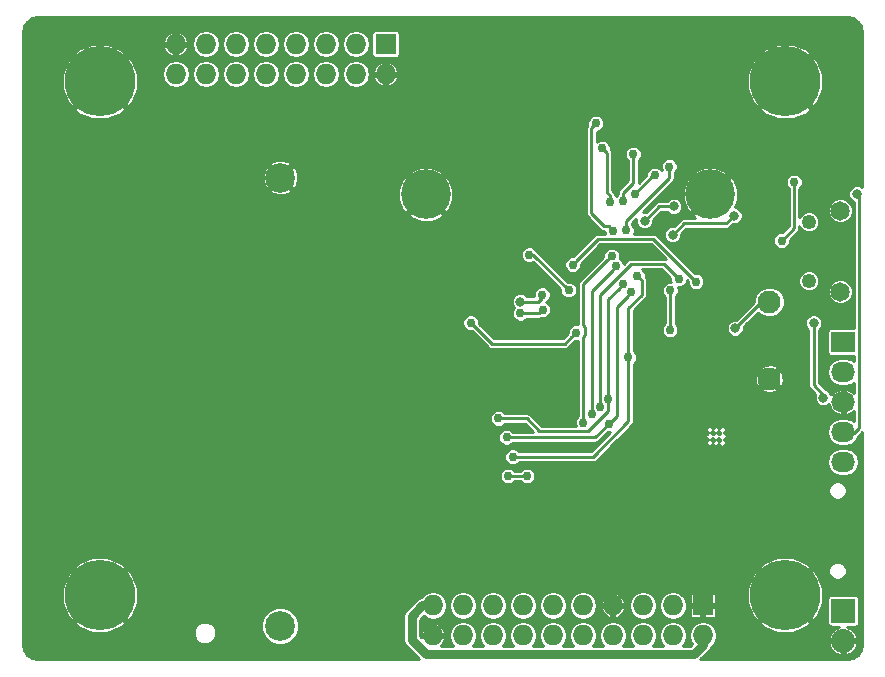
<source format=gbl>
G04 #@! TF.GenerationSoftware,KiCad,Pcbnew,(2017-01-24 revision 0b6147e)-makepkg*
G04 #@! TF.CreationDate,2018-07-27T06:26:55-07:00*
G04 #@! TF.ProjectId,SmartiePiNode,536D617274696550694E6F64652E6B69,1.a*
G04 #@! TF.FileFunction,Copper,L2,Bot,Signal*
G04 #@! TF.FilePolarity,Positive*
%FSLAX46Y46*%
G04 Gerber Fmt 4.6, Leading zero omitted, Abs format (unit mm)*
G04 Created by KiCad (PCBNEW (2017-01-24 revision 0b6147e)-makepkg) date 07/27/18 06:26:55*
%MOMM*%
%LPD*%
G01*
G04 APERTURE LIST*
%ADD10C,0.100000*%
%ADD11C,1.650000*%
%ADD12C,1.250000*%
%ADD13C,0.635000*%
%ADD14C,4.200000*%
%ADD15R,1.727200X1.727200*%
%ADD16O,1.727200X1.727200*%
%ADD17R,2.032000X1.727200*%
%ADD18O,2.032000X1.727200*%
%ADD19C,1.950000*%
%ADD20C,5.969000*%
%ADD21C,2.524000*%
%ADD22R,2.032000X2.032000*%
%ADD23O,2.032000X2.032000*%
%ADD24C,0.500000*%
%ADD25C,0.762000*%
%ADD26C,0.800000*%
%ADD27C,0.762000*%
%ADD28C,0.254000*%
G04 APERTURE END LIST*
D10*
D11*
X168600000Y-119230000D03*
X168600000Y-112370000D03*
D12*
X165930000Y-113302060D03*
X165930000Y-118302060D03*
D13*
X158713370Y-112127370D03*
D14*
X157582000Y-110996000D03*
D15*
X156972000Y-145796000D03*
D16*
X156972000Y-148336000D03*
X154432000Y-145796000D03*
X154432000Y-148336000D03*
X151892000Y-145796000D03*
X151892000Y-148336000D03*
X149352000Y-145796000D03*
X149352000Y-148336000D03*
X146812000Y-145796000D03*
X146812000Y-148336000D03*
X144272000Y-145796000D03*
X144272000Y-148336000D03*
X141732000Y-145796000D03*
X141732000Y-148336000D03*
X139192000Y-145796000D03*
X139192000Y-148336000D03*
X136652000Y-145796000D03*
X136652000Y-148336000D03*
X134112000Y-145796000D03*
X134112000Y-148336000D03*
D13*
X156450630Y-112127370D03*
X157582000Y-112596000D03*
X155982000Y-110996000D03*
X156450630Y-109864630D03*
X157582000Y-109396000D03*
X158713370Y-109864630D03*
X159182000Y-110996000D03*
X135112000Y-110996000D03*
X134643370Y-109864630D03*
D14*
X133512000Y-110996000D03*
D13*
X134643370Y-112127370D03*
X133512000Y-112596000D03*
X132380630Y-112127370D03*
X131912000Y-110996000D03*
X132380630Y-109864630D03*
X133512000Y-109396000D03*
D17*
X168840000Y-123470000D03*
D18*
X168840000Y-126010000D03*
X168840000Y-128550000D03*
X168840000Y-131090000D03*
X168840000Y-133630000D03*
D19*
X162600000Y-126600000D03*
X162600000Y-120100000D03*
D13*
X105900000Y-142564800D03*
X104238300Y-143253100D03*
X103550000Y-144914800D03*
X104238300Y-146576500D03*
X105900000Y-147264800D03*
X107561700Y-146576500D03*
X108250000Y-144914800D03*
X107561700Y-143253100D03*
D20*
X105900000Y-144914800D03*
X105900000Y-101430000D03*
D13*
X107561700Y-99768300D03*
X108250000Y-101430000D03*
X107561700Y-103091700D03*
X105900000Y-103780000D03*
X104238300Y-103091700D03*
X103550000Y-101430000D03*
X104238300Y-99768300D03*
X105900000Y-99080000D03*
X163913600Y-142564800D03*
X162251900Y-143253100D03*
X161563600Y-144914800D03*
X162251900Y-146576500D03*
X163913600Y-147264800D03*
X165575300Y-146576500D03*
X166263600Y-144914800D03*
X165575300Y-143253100D03*
D20*
X163913600Y-144914800D03*
X163927189Y-101430000D03*
D13*
X165588889Y-99768300D03*
X166277189Y-101430000D03*
X165588889Y-103091700D03*
X163927189Y-103780000D03*
X162265489Y-103091700D03*
X161577189Y-101430000D03*
X162265489Y-99768300D03*
X163927189Y-99080000D03*
D21*
X121180000Y-109560000D03*
X121170000Y-147520000D03*
D22*
X168840000Y-146250000D03*
D23*
X168840000Y-148790000D03*
D24*
X157290000Y-130690000D03*
X157830000Y-130690000D03*
X158370000Y-130690000D03*
X158910000Y-130690000D03*
X158910000Y-131230000D03*
X158910000Y-131770000D03*
X158910000Y-132310000D03*
X158370000Y-131230000D03*
X158370000Y-131770000D03*
X158370000Y-132310000D03*
X157830000Y-131230000D03*
X157830000Y-131770000D03*
X157830000Y-132310000D03*
X157290000Y-131230000D03*
X157290000Y-131770000D03*
X157290000Y-132310000D03*
D15*
X130100000Y-98260000D03*
D16*
X130100000Y-100800000D03*
X127560000Y-98260000D03*
X127560000Y-100800000D03*
X125020000Y-98260000D03*
X125020000Y-100800000D03*
X122480000Y-98260000D03*
X122480000Y-100800000D03*
X119940000Y-98260000D03*
X119940000Y-100800000D03*
X117400000Y-98260000D03*
X117400000Y-100800000D03*
X114860000Y-98260000D03*
X114860000Y-100800000D03*
X112320000Y-98260000D03*
X112320000Y-100800000D03*
D25*
X159610000Y-134410000D03*
X161000000Y-138640000D03*
X160530000Y-137330000D03*
X160530000Y-136280000D03*
D26*
X162950000Y-128100000D03*
X162090000Y-124900000D03*
X163680000Y-132180000D03*
X164550000Y-137580000D03*
X160850000Y-127980000D03*
X160850000Y-127090000D03*
X160850000Y-126200000D03*
X160850000Y-125290000D03*
X160850000Y-124370000D03*
X159800000Y-127090000D03*
X159800000Y-127990000D03*
X159800000Y-126199998D03*
X159800000Y-125290000D03*
X159790000Y-124370000D03*
D25*
X159740000Y-137710000D03*
X163880000Y-123460000D03*
D26*
X151753097Y-115549429D03*
X145485926Y-110864074D03*
X135960000Y-116560000D03*
X145681969Y-118118247D03*
X103330000Y-141250000D03*
X151970000Y-124130000D03*
X144050000Y-122570000D03*
X136470000Y-125470000D03*
X132350000Y-120650000D03*
X136170000Y-120190000D03*
D25*
X139300000Y-118460000D03*
D26*
X135340000Y-117070000D03*
X137570000Y-113110000D03*
X136230000Y-109760000D03*
X144020000Y-111100000D03*
X153990000Y-110990000D03*
D25*
X150200000Y-109740000D03*
X162550000Y-111520000D03*
X167030000Y-114500000D03*
D26*
X162650000Y-134000000D03*
X163680000Y-134420000D03*
X159750000Y-135790000D03*
X159740000Y-136800000D03*
X159990000Y-138720000D03*
X167150000Y-128200000D03*
X166340000Y-121860000D03*
D25*
X156370000Y-118370000D03*
X145940000Y-116940000D03*
D26*
X159700000Y-122310000D03*
X152040000Y-113220000D03*
X154500000Y-112000000D03*
X170010000Y-110950000D03*
X159600000Y-112800000D03*
X154400000Y-114400000D03*
D25*
X150659345Y-124779345D03*
X140870000Y-133210000D03*
X151400000Y-117890000D03*
X154190000Y-122460000D03*
X154200000Y-119110000D03*
X140340000Y-131560000D03*
X148980000Y-130420000D03*
X150893711Y-119279225D03*
X139640000Y-129960000D03*
X148970000Y-128310000D03*
X150210000Y-118580000D03*
X148260000Y-128970000D03*
X154910000Y-118150000D03*
X146840000Y-130320000D03*
X149240577Y-116196384D03*
X147550000Y-129620000D03*
X149610311Y-117084507D03*
X142070000Y-134840000D03*
X140470000Y-134840000D03*
X141520000Y-121050000D03*
X143400000Y-120740000D03*
X152890000Y-109360000D03*
X151190000Y-110950000D03*
X164690000Y-109950000D03*
X163620000Y-114900000D03*
D26*
X141500000Y-120060000D03*
D25*
X143360000Y-119490000D03*
X151060000Y-107560000D03*
X150220000Y-111530000D03*
X154120000Y-108630000D03*
X150466841Y-114024562D03*
X148440000Y-107090000D03*
X149124721Y-111650000D03*
X147900000Y-104970000D03*
X149364486Y-114065431D03*
X137310000Y-121860000D03*
X146220000Y-122690000D03*
X142260000Y-116100000D03*
X145591462Y-119095075D03*
D27*
X156972000Y-148336000D02*
X156972000Y-149128000D01*
X156972000Y-149128000D02*
X156200000Y-149900000D01*
X156200000Y-149900000D02*
X133500000Y-149900000D01*
X133500000Y-149900000D02*
X132300000Y-148700000D01*
X132300000Y-148700000D02*
X132300000Y-146700000D01*
X132300000Y-146700000D02*
X133204000Y-145796000D01*
X133204000Y-145796000D02*
X134112000Y-145796000D01*
D28*
X166340000Y-121860000D02*
X166340000Y-127126905D01*
X166340000Y-127126905D02*
X167150000Y-127936905D01*
X167150000Y-127936905D02*
X167150000Y-128200000D01*
X152773432Y-114773432D02*
X148106568Y-114773432D01*
X146320999Y-116559001D02*
X145940000Y-116940000D01*
X148106568Y-114773432D02*
X146320999Y-116559001D01*
X156370000Y-118370000D02*
X152773432Y-114773432D01*
X159700000Y-122310000D02*
X161910000Y-120100000D01*
X161910000Y-120100000D02*
X162600000Y-120100000D01*
X152040000Y-113220000D02*
X153260000Y-112000000D01*
X153260000Y-112000000D02*
X154500000Y-112000000D01*
X170010000Y-110950000D02*
X170200000Y-111140000D01*
X170200000Y-111140000D02*
X170200000Y-130740000D01*
X170200000Y-130740000D02*
X169790000Y-131150000D01*
X169790000Y-131150000D02*
X168900000Y-131150000D01*
X168900000Y-131150000D02*
X168840000Y-131090000D01*
X154400000Y-114400000D02*
X155360000Y-113440000D01*
X155360000Y-113440000D02*
X158960000Y-113440000D01*
X158960000Y-113440000D02*
X159600000Y-112800000D01*
X150659345Y-130210655D02*
X150659345Y-125318160D01*
X150659345Y-125318160D02*
X150659345Y-124779345D01*
X151780999Y-118270999D02*
X151780999Y-119509001D01*
X147660000Y-133210000D02*
X150659345Y-130210655D01*
X150659345Y-124240530D02*
X150659345Y-124779345D01*
X150659345Y-120630655D02*
X150659345Y-124240530D01*
X151400000Y-117890000D02*
X151780999Y-118270999D01*
X140870000Y-133210000D02*
X147660000Y-133210000D01*
X151780999Y-119509001D02*
X150659345Y-120630655D01*
X154200000Y-122320000D02*
X154190000Y-122330000D01*
X154190000Y-122330000D02*
X154190000Y-122460000D01*
X154200000Y-119110000D02*
X154200000Y-122320000D01*
X140340000Y-131560000D02*
X147840000Y-131560000D01*
X147840000Y-131560000D02*
X148980000Y-130420000D01*
X148980000Y-130420000D02*
X149690000Y-129710000D01*
X149690000Y-129710000D02*
X149690000Y-120482936D01*
X149690000Y-120482936D02*
X150512712Y-119660224D01*
X150512712Y-119660224D02*
X150893711Y-119279225D01*
X139640000Y-129960000D02*
X142050000Y-129960000D01*
X142050000Y-129960000D02*
X143120000Y-131030000D01*
X143120000Y-131030000D02*
X147240000Y-131030000D01*
X147240000Y-131030000D02*
X148970000Y-129300000D01*
X148970000Y-129300000D02*
X148970000Y-128310000D01*
X148970000Y-128310000D02*
X148970000Y-119820000D01*
X148970000Y-119820000D02*
X149829001Y-118960999D01*
X149829001Y-118960999D02*
X150210000Y-118580000D01*
X148260000Y-128970000D02*
X148260000Y-119510000D01*
X148260000Y-119510000D02*
X150890000Y-116880000D01*
X150890000Y-116880000D02*
X153640000Y-116880000D01*
X153640000Y-116880000D02*
X154910000Y-118150000D01*
X146820000Y-122061504D02*
X146820000Y-118616961D01*
X148859578Y-116577383D02*
X149240577Y-116196384D01*
X147010874Y-122932060D02*
X147010874Y-122252378D01*
X146820000Y-118616961D02*
X148859578Y-116577383D01*
X147010874Y-122252378D02*
X146820000Y-122061504D01*
X146840000Y-130320000D02*
X146840000Y-123102934D01*
X146840000Y-123102934D02*
X147010874Y-122932060D01*
X147550000Y-129620000D02*
X147550000Y-119144818D01*
X147550000Y-119144818D02*
X149229312Y-117465506D01*
X149229312Y-117465506D02*
X149610311Y-117084507D01*
X140470000Y-134840000D02*
X142070000Y-134840000D01*
X141520000Y-121050000D02*
X143090000Y-121050000D01*
X143090000Y-121050000D02*
X143400000Y-120740000D01*
X152890000Y-109360000D02*
X152780000Y-109360000D01*
X152780000Y-109360000D02*
X151190000Y-110950000D01*
X164690000Y-109950000D02*
X164680000Y-109960000D01*
X164680000Y-109960000D02*
X164680000Y-113840000D01*
X164680000Y-113840000D02*
X163620000Y-114900000D01*
X143360000Y-119720000D02*
X143020000Y-120060000D01*
X143020000Y-120060000D02*
X141500000Y-120060000D01*
X143360000Y-119490000D02*
X143360000Y-119720000D01*
X150220000Y-110830000D02*
X151060000Y-109990000D01*
X151060000Y-109990000D02*
X151060000Y-107560000D01*
X150220000Y-111530000D02*
X150220000Y-110830000D01*
X150470000Y-113260000D02*
X154120000Y-109610000D01*
X154120000Y-109610000D02*
X154120000Y-108630000D01*
X150470000Y-113482588D02*
X150470000Y-113260000D01*
X150466841Y-114024562D02*
X150466841Y-113485747D01*
X150466841Y-113485747D02*
X150470000Y-113482588D01*
X148840000Y-110826464D02*
X148840000Y-107490000D01*
X148840000Y-107490000D02*
X148440000Y-107090000D01*
X149124721Y-111650000D02*
X149124721Y-111111185D01*
X149124721Y-111111185D02*
X148840000Y-110826464D01*
X147530000Y-112600000D02*
X147530000Y-105340000D01*
X147530000Y-105340000D02*
X147900000Y-104970000D01*
X148614432Y-113684432D02*
X147530000Y-112600000D01*
X149364486Y-114065431D02*
X148983487Y-113684432D01*
X148983487Y-113684432D02*
X148614432Y-113684432D01*
X145300000Y-123620000D02*
X139070000Y-123620000D01*
X139070000Y-123620000D02*
X137310000Y-121860000D01*
X145839001Y-123080999D02*
X145300000Y-123620000D01*
X146220000Y-122690000D02*
X145839001Y-123070999D01*
X145839001Y-123070999D02*
X145839001Y-123080999D01*
X145591462Y-119095075D02*
X142596387Y-116100000D01*
X142596387Y-116100000D02*
X142260000Y-116100000D01*
G36*
X169656183Y-96086256D02*
X170068346Y-96361654D01*
X170343746Y-96773821D01*
X170446400Y-97289900D01*
X170446400Y-110358131D01*
X170422350Y-110334039D01*
X170155244Y-110223126D01*
X169866025Y-110222874D01*
X169598725Y-110333320D01*
X169394039Y-110537650D01*
X169283126Y-110804756D01*
X169282874Y-111093975D01*
X169393320Y-111361275D01*
X169597650Y-111565961D01*
X169746000Y-111627562D01*
X169746000Y-122272994D01*
X167824000Y-122272994D01*
X167696411Y-122298373D01*
X167588246Y-122370646D01*
X167515973Y-122478811D01*
X167490594Y-122606400D01*
X167490594Y-124333600D01*
X167515973Y-124461189D01*
X167588246Y-124569354D01*
X167696411Y-124641627D01*
X167824000Y-124667006D01*
X169746000Y-124667006D01*
X169746000Y-125091551D01*
X169474334Y-124910029D01*
X169018711Y-124819400D01*
X168661289Y-124819400D01*
X168205666Y-124910029D01*
X167819408Y-125168119D01*
X167561318Y-125554377D01*
X167470689Y-126010000D01*
X167561318Y-126465623D01*
X167819408Y-126851881D01*
X168205666Y-127109971D01*
X168661289Y-127200600D01*
X169018711Y-127200600D01*
X169474334Y-127109971D01*
X169746000Y-126928449D01*
X169746000Y-127784029D01*
X169542186Y-127604219D01*
X169138401Y-127465818D01*
X168967000Y-127513477D01*
X168967000Y-128423000D01*
X168987000Y-128423000D01*
X168987000Y-128677000D01*
X168967000Y-128677000D01*
X168967000Y-129586523D01*
X169138401Y-129634182D01*
X169542186Y-129495781D01*
X169746000Y-129315971D01*
X169746000Y-130171551D01*
X169474334Y-129990029D01*
X169018711Y-129899400D01*
X168661289Y-129899400D01*
X168205666Y-129990029D01*
X167819408Y-130248119D01*
X167561318Y-130634377D01*
X167470689Y-131090000D01*
X167561318Y-131545623D01*
X167819408Y-131931881D01*
X168205666Y-132189971D01*
X168661289Y-132280600D01*
X169018711Y-132280600D01*
X169474334Y-132189971D01*
X169860592Y-131931881D01*
X170118682Y-131545623D01*
X170139106Y-131442946D01*
X170446400Y-131135653D01*
X170446400Y-149050100D01*
X170343746Y-149566179D01*
X170068346Y-149978346D01*
X169656183Y-150253744D01*
X169140100Y-150356400D01*
X156744864Y-150356400D01*
X157472632Y-149628632D01*
X157626107Y-149398940D01*
X157642685Y-149315595D01*
X157813881Y-149201206D01*
X157875412Y-149109118D01*
X167637007Y-149109118D01*
X167763695Y-149415001D01*
X168084801Y-149779310D01*
X168520880Y-149993005D01*
X168713000Y-149970965D01*
X168713000Y-148917000D01*
X168967000Y-148917000D01*
X168967000Y-149970965D01*
X169159120Y-149993005D01*
X169595199Y-149779310D01*
X169916305Y-149415001D01*
X170042993Y-149109118D01*
X170020639Y-148917000D01*
X168967000Y-148917000D01*
X168713000Y-148917000D01*
X167659361Y-148917000D01*
X167637007Y-149109118D01*
X157875412Y-149109118D01*
X158071971Y-148814948D01*
X158162600Y-148359325D01*
X158162600Y-148312675D01*
X158071971Y-147857052D01*
X157813881Y-147470794D01*
X157526745Y-147278935D01*
X161729070Y-147278935D01*
X162092180Y-147637835D01*
X163272888Y-148127584D01*
X164551138Y-148128215D01*
X165732330Y-147639633D01*
X165735020Y-147637835D01*
X166098130Y-147278935D01*
X163913600Y-145094405D01*
X161729070Y-147278935D01*
X157526745Y-147278935D01*
X157427623Y-147212704D01*
X156972000Y-147122075D01*
X156516377Y-147212704D01*
X156130119Y-147470794D01*
X155872029Y-147857052D01*
X155781400Y-148312675D01*
X155781400Y-148359325D01*
X155872029Y-148814948D01*
X156036957Y-149061779D01*
X155906736Y-149192000D01*
X155280032Y-149192000D01*
X155531971Y-148814948D01*
X155622600Y-148359325D01*
X155622600Y-148312675D01*
X155531971Y-147857052D01*
X155273881Y-147470794D01*
X154887623Y-147212704D01*
X154432000Y-147122075D01*
X153976377Y-147212704D01*
X153590119Y-147470794D01*
X153332029Y-147857052D01*
X153241400Y-148312675D01*
X153241400Y-148359325D01*
X153332029Y-148814948D01*
X153583968Y-149192000D01*
X152740032Y-149192000D01*
X152991971Y-148814948D01*
X153082600Y-148359325D01*
X153082600Y-148312675D01*
X152991971Y-147857052D01*
X152733881Y-147470794D01*
X152347623Y-147212704D01*
X151892000Y-147122075D01*
X151436377Y-147212704D01*
X151050119Y-147470794D01*
X150792029Y-147857052D01*
X150701400Y-148312675D01*
X150701400Y-148359325D01*
X150792029Y-148814948D01*
X151043968Y-149192000D01*
X150200032Y-149192000D01*
X150451971Y-148814948D01*
X150542600Y-148359325D01*
X150542600Y-148312675D01*
X150451971Y-147857052D01*
X150193881Y-147470794D01*
X149807623Y-147212704D01*
X149352000Y-147122075D01*
X148896377Y-147212704D01*
X148510119Y-147470794D01*
X148252029Y-147857052D01*
X148161400Y-148312675D01*
X148161400Y-148359325D01*
X148252029Y-148814948D01*
X148503968Y-149192000D01*
X147660032Y-149192000D01*
X147911971Y-148814948D01*
X148002600Y-148359325D01*
X148002600Y-148312675D01*
X147911971Y-147857052D01*
X147653881Y-147470794D01*
X147267623Y-147212704D01*
X146812000Y-147122075D01*
X146356377Y-147212704D01*
X145970119Y-147470794D01*
X145712029Y-147857052D01*
X145621400Y-148312675D01*
X145621400Y-148359325D01*
X145712029Y-148814948D01*
X145963968Y-149192000D01*
X145120032Y-149192000D01*
X145371971Y-148814948D01*
X145462600Y-148359325D01*
X145462600Y-148312675D01*
X145371971Y-147857052D01*
X145113881Y-147470794D01*
X144727623Y-147212704D01*
X144272000Y-147122075D01*
X143816377Y-147212704D01*
X143430119Y-147470794D01*
X143172029Y-147857052D01*
X143081400Y-148312675D01*
X143081400Y-148359325D01*
X143172029Y-148814948D01*
X143423968Y-149192000D01*
X142580032Y-149192000D01*
X142831971Y-148814948D01*
X142922600Y-148359325D01*
X142922600Y-148312675D01*
X142831971Y-147857052D01*
X142573881Y-147470794D01*
X142187623Y-147212704D01*
X141732000Y-147122075D01*
X141276377Y-147212704D01*
X140890119Y-147470794D01*
X140632029Y-147857052D01*
X140541400Y-148312675D01*
X140541400Y-148359325D01*
X140632029Y-148814948D01*
X140883968Y-149192000D01*
X140040032Y-149192000D01*
X140291971Y-148814948D01*
X140382600Y-148359325D01*
X140382600Y-148312675D01*
X140291971Y-147857052D01*
X140033881Y-147470794D01*
X139647623Y-147212704D01*
X139192000Y-147122075D01*
X138736377Y-147212704D01*
X138350119Y-147470794D01*
X138092029Y-147857052D01*
X138001400Y-148312675D01*
X138001400Y-148359325D01*
X138092029Y-148814948D01*
X138343968Y-149192000D01*
X137500032Y-149192000D01*
X137751971Y-148814948D01*
X137842600Y-148359325D01*
X137842600Y-148312675D01*
X137751971Y-147857052D01*
X137493881Y-147470794D01*
X137107623Y-147212704D01*
X136652000Y-147122075D01*
X136196377Y-147212704D01*
X135810119Y-147470794D01*
X135552029Y-147857052D01*
X135461400Y-148312675D01*
X135461400Y-148359325D01*
X135552029Y-148814948D01*
X135803968Y-149192000D01*
X134759319Y-149192000D01*
X134970590Y-149011094D01*
X135163581Y-148631137D01*
X135139654Y-148463000D01*
X134239000Y-148463000D01*
X134239000Y-148483000D01*
X133985000Y-148483000D01*
X133985000Y-148463000D01*
X133084346Y-148463000D01*
X133081844Y-148480580D01*
X133008000Y-148406736D01*
X133008000Y-148040863D01*
X133060419Y-148040863D01*
X133084346Y-148209000D01*
X133985000Y-148209000D01*
X133985000Y-147308771D01*
X134239000Y-147308771D01*
X134239000Y-148209000D01*
X135139654Y-148209000D01*
X135163581Y-148040863D01*
X134970590Y-147660906D01*
X134646886Y-147383726D01*
X134407135Y-147284432D01*
X134239000Y-147308771D01*
X133985000Y-147308771D01*
X133816865Y-147284432D01*
X133577114Y-147383726D01*
X133253410Y-147660906D01*
X133060419Y-148040863D01*
X133008000Y-148040863D01*
X133008000Y-146993264D01*
X133312044Y-146689220D01*
X133656377Y-146919296D01*
X134112000Y-147009925D01*
X134567623Y-146919296D01*
X134953881Y-146661206D01*
X135211971Y-146274948D01*
X135302600Y-145819325D01*
X135302600Y-145772675D01*
X135461400Y-145772675D01*
X135461400Y-145819325D01*
X135552029Y-146274948D01*
X135810119Y-146661206D01*
X136196377Y-146919296D01*
X136652000Y-147009925D01*
X137107623Y-146919296D01*
X137493881Y-146661206D01*
X137751971Y-146274948D01*
X137842600Y-145819325D01*
X137842600Y-145772675D01*
X138001400Y-145772675D01*
X138001400Y-145819325D01*
X138092029Y-146274948D01*
X138350119Y-146661206D01*
X138736377Y-146919296D01*
X139192000Y-147009925D01*
X139647623Y-146919296D01*
X140033881Y-146661206D01*
X140291971Y-146274948D01*
X140382600Y-145819325D01*
X140382600Y-145772675D01*
X140541400Y-145772675D01*
X140541400Y-145819325D01*
X140632029Y-146274948D01*
X140890119Y-146661206D01*
X141276377Y-146919296D01*
X141732000Y-147009925D01*
X142187623Y-146919296D01*
X142573881Y-146661206D01*
X142831971Y-146274948D01*
X142922600Y-145819325D01*
X142922600Y-145772675D01*
X143081400Y-145772675D01*
X143081400Y-145819325D01*
X143172029Y-146274948D01*
X143430119Y-146661206D01*
X143816377Y-146919296D01*
X144272000Y-147009925D01*
X144727623Y-146919296D01*
X145113881Y-146661206D01*
X145371971Y-146274948D01*
X145462600Y-145819325D01*
X145462600Y-145772675D01*
X145621400Y-145772675D01*
X145621400Y-145819325D01*
X145712029Y-146274948D01*
X145970119Y-146661206D01*
X146356377Y-146919296D01*
X146812000Y-147009925D01*
X147267623Y-146919296D01*
X147653881Y-146661206D01*
X147911971Y-146274948D01*
X147948533Y-146091137D01*
X148300419Y-146091137D01*
X148493410Y-146471094D01*
X148817114Y-146748274D01*
X149056865Y-146847568D01*
X149225000Y-146823229D01*
X149225000Y-145923000D01*
X149479000Y-145923000D01*
X149479000Y-146823229D01*
X149647135Y-146847568D01*
X149886886Y-146748274D01*
X150210590Y-146471094D01*
X150403581Y-146091137D01*
X150379654Y-145923000D01*
X149479000Y-145923000D01*
X149225000Y-145923000D01*
X148324346Y-145923000D01*
X148300419Y-146091137D01*
X147948533Y-146091137D01*
X148002600Y-145819325D01*
X148002600Y-145772675D01*
X150701400Y-145772675D01*
X150701400Y-145819325D01*
X150792029Y-146274948D01*
X151050119Y-146661206D01*
X151436377Y-146919296D01*
X151892000Y-147009925D01*
X152347623Y-146919296D01*
X152733881Y-146661206D01*
X152991971Y-146274948D01*
X153082600Y-145819325D01*
X153082600Y-145772675D01*
X153241400Y-145772675D01*
X153241400Y-145819325D01*
X153332029Y-146274948D01*
X153590119Y-146661206D01*
X153976377Y-146919296D01*
X154432000Y-147009925D01*
X154887623Y-146919296D01*
X155273881Y-146661206D01*
X155531971Y-146274948D01*
X155590609Y-145980150D01*
X155879800Y-145980150D01*
X155879800Y-146705071D01*
X155914602Y-146789091D01*
X155978908Y-146853397D01*
X156062928Y-146888200D01*
X156787850Y-146888200D01*
X156845000Y-146831050D01*
X156845000Y-145923000D01*
X157099000Y-145923000D01*
X157099000Y-146831050D01*
X157156150Y-146888200D01*
X157881072Y-146888200D01*
X157965092Y-146853397D01*
X158029398Y-146789091D01*
X158064200Y-146705071D01*
X158064200Y-145980150D01*
X158007050Y-145923000D01*
X157099000Y-145923000D01*
X156845000Y-145923000D01*
X155936950Y-145923000D01*
X155879800Y-145980150D01*
X155590609Y-145980150D01*
X155622600Y-145819325D01*
X155622600Y-145772675D01*
X155531971Y-145317052D01*
X155273881Y-144930794D01*
X155208233Y-144886929D01*
X155879800Y-144886929D01*
X155879800Y-145611850D01*
X155936950Y-145669000D01*
X156845000Y-145669000D01*
X156845000Y-144760950D01*
X157099000Y-144760950D01*
X157099000Y-145669000D01*
X158007050Y-145669000D01*
X158064200Y-145611850D01*
X158064200Y-145552338D01*
X160700185Y-145552338D01*
X161188767Y-146733530D01*
X161190565Y-146736220D01*
X161549465Y-147099330D01*
X163733995Y-144914800D01*
X164093205Y-144914800D01*
X166277735Y-147099330D01*
X166636635Y-146736220D01*
X167126384Y-145555512D01*
X167126542Y-145234000D01*
X167490594Y-145234000D01*
X167490594Y-147266000D01*
X167515973Y-147393589D01*
X167588246Y-147501754D01*
X167696411Y-147574027D01*
X167824000Y-147599406D01*
X168495553Y-147599406D01*
X168084801Y-147800690D01*
X167763695Y-148164999D01*
X167637007Y-148470882D01*
X167659361Y-148663000D01*
X168713000Y-148663000D01*
X168713000Y-148643000D01*
X168967000Y-148643000D01*
X168967000Y-148663000D01*
X170020639Y-148663000D01*
X170042993Y-148470882D01*
X169916305Y-148164999D01*
X169595199Y-147800690D01*
X169184447Y-147599406D01*
X169856000Y-147599406D01*
X169983589Y-147574027D01*
X170091754Y-147501754D01*
X170164027Y-147393589D01*
X170189406Y-147266000D01*
X170189406Y-145234000D01*
X170164027Y-145106411D01*
X170091754Y-144998246D01*
X169983589Y-144925973D01*
X169856000Y-144900594D01*
X167824000Y-144900594D01*
X167696411Y-144925973D01*
X167588246Y-144998246D01*
X167515973Y-145106411D01*
X167490594Y-145234000D01*
X167126542Y-145234000D01*
X167127015Y-144277262D01*
X166638433Y-143096070D01*
X166636635Y-143093380D01*
X166548170Y-143003877D01*
X167582866Y-143003877D01*
X167700908Y-143289560D01*
X167919290Y-143508324D01*
X168204767Y-143626865D01*
X168513877Y-143627134D01*
X168799560Y-143509092D01*
X169018324Y-143290710D01*
X169136865Y-143005233D01*
X169137134Y-142696123D01*
X169019092Y-142410440D01*
X168800710Y-142191676D01*
X168515233Y-142073135D01*
X168206123Y-142072866D01*
X167920440Y-142190908D01*
X167701676Y-142409290D01*
X167583135Y-142694767D01*
X167582866Y-143003877D01*
X166548170Y-143003877D01*
X166277735Y-142730270D01*
X164093205Y-144914800D01*
X163733995Y-144914800D01*
X161549465Y-142730270D01*
X161190565Y-143093380D01*
X160700816Y-144274088D01*
X160700185Y-145552338D01*
X158064200Y-145552338D01*
X158064200Y-144886929D01*
X158029398Y-144802909D01*
X157965092Y-144738603D01*
X157881072Y-144703800D01*
X157156150Y-144703800D01*
X157099000Y-144760950D01*
X156845000Y-144760950D01*
X156787850Y-144703800D01*
X156062928Y-144703800D01*
X155978908Y-144738603D01*
X155914602Y-144802909D01*
X155879800Y-144886929D01*
X155208233Y-144886929D01*
X154887623Y-144672704D01*
X154432000Y-144582075D01*
X153976377Y-144672704D01*
X153590119Y-144930794D01*
X153332029Y-145317052D01*
X153241400Y-145772675D01*
X153082600Y-145772675D01*
X152991971Y-145317052D01*
X152733881Y-144930794D01*
X152347623Y-144672704D01*
X151892000Y-144582075D01*
X151436377Y-144672704D01*
X151050119Y-144930794D01*
X150792029Y-145317052D01*
X150701400Y-145772675D01*
X148002600Y-145772675D01*
X147948534Y-145500863D01*
X148300419Y-145500863D01*
X148324346Y-145669000D01*
X149225000Y-145669000D01*
X149225000Y-144768771D01*
X149479000Y-144768771D01*
X149479000Y-145669000D01*
X150379654Y-145669000D01*
X150403581Y-145500863D01*
X150210590Y-145120906D01*
X149886886Y-144843726D01*
X149647135Y-144744432D01*
X149479000Y-144768771D01*
X149225000Y-144768771D01*
X149056865Y-144744432D01*
X148817114Y-144843726D01*
X148493410Y-145120906D01*
X148300419Y-145500863D01*
X147948534Y-145500863D01*
X147911971Y-145317052D01*
X147653881Y-144930794D01*
X147267623Y-144672704D01*
X146812000Y-144582075D01*
X146356377Y-144672704D01*
X145970119Y-144930794D01*
X145712029Y-145317052D01*
X145621400Y-145772675D01*
X145462600Y-145772675D01*
X145371971Y-145317052D01*
X145113881Y-144930794D01*
X144727623Y-144672704D01*
X144272000Y-144582075D01*
X143816377Y-144672704D01*
X143430119Y-144930794D01*
X143172029Y-145317052D01*
X143081400Y-145772675D01*
X142922600Y-145772675D01*
X142831971Y-145317052D01*
X142573881Y-144930794D01*
X142187623Y-144672704D01*
X141732000Y-144582075D01*
X141276377Y-144672704D01*
X140890119Y-144930794D01*
X140632029Y-145317052D01*
X140541400Y-145772675D01*
X140382600Y-145772675D01*
X140291971Y-145317052D01*
X140033881Y-144930794D01*
X139647623Y-144672704D01*
X139192000Y-144582075D01*
X138736377Y-144672704D01*
X138350119Y-144930794D01*
X138092029Y-145317052D01*
X138001400Y-145772675D01*
X137842600Y-145772675D01*
X137751971Y-145317052D01*
X137493881Y-144930794D01*
X137107623Y-144672704D01*
X136652000Y-144582075D01*
X136196377Y-144672704D01*
X135810119Y-144930794D01*
X135552029Y-145317052D01*
X135461400Y-145772675D01*
X135302600Y-145772675D01*
X135211971Y-145317052D01*
X134953881Y-144930794D01*
X134567623Y-144672704D01*
X134112000Y-144582075D01*
X133656377Y-144672704D01*
X133270119Y-144930794D01*
X133159112Y-145096928D01*
X132933060Y-145141893D01*
X132703368Y-145295368D01*
X131799368Y-146199368D01*
X131645893Y-146429060D01*
X131591999Y-146700000D01*
X131592000Y-146700005D01*
X131592000Y-148699995D01*
X131591999Y-148700000D01*
X131645893Y-148970940D01*
X131799368Y-149200632D01*
X132955137Y-150356400D01*
X100669900Y-150356400D01*
X100153821Y-150253746D01*
X99741654Y-149978346D01*
X99466256Y-149566183D01*
X99363600Y-149050100D01*
X99363600Y-148305514D01*
X113837833Y-148305514D01*
X113983980Y-148659217D01*
X114254359Y-148930069D01*
X114607807Y-149076833D01*
X114990514Y-149077167D01*
X115344217Y-148931020D01*
X115615069Y-148660641D01*
X115761833Y-148307193D01*
X115762167Y-147924486D01*
X115725063Y-147834685D01*
X119580725Y-147834685D01*
X119822126Y-148418920D01*
X120268729Y-148866303D01*
X120852542Y-149108723D01*
X121484685Y-149109275D01*
X122068920Y-148867874D01*
X122516303Y-148421271D01*
X122758723Y-147837458D01*
X122759275Y-147205315D01*
X122517874Y-146621080D01*
X122071271Y-146173697D01*
X121487458Y-145931277D01*
X120855315Y-145930725D01*
X120271080Y-146172126D01*
X119823697Y-146618729D01*
X119581277Y-147202542D01*
X119580725Y-147834685D01*
X115725063Y-147834685D01*
X115616020Y-147570783D01*
X115345641Y-147299931D01*
X114992193Y-147153167D01*
X114609486Y-147152833D01*
X114255783Y-147298980D01*
X113984931Y-147569359D01*
X113838167Y-147922807D01*
X113837833Y-148305514D01*
X99363600Y-148305514D01*
X99363600Y-147278935D01*
X103715470Y-147278935D01*
X104078580Y-147637835D01*
X105259288Y-148127584D01*
X106537538Y-148128215D01*
X107718730Y-147639633D01*
X107721420Y-147637835D01*
X108084530Y-147278935D01*
X105900000Y-145094405D01*
X103715470Y-147278935D01*
X99363600Y-147278935D01*
X99363600Y-145552338D01*
X102686585Y-145552338D01*
X103175167Y-146733530D01*
X103176965Y-146736220D01*
X103535865Y-147099330D01*
X105720395Y-144914800D01*
X106079605Y-144914800D01*
X108264135Y-147099330D01*
X108623035Y-146736220D01*
X109112784Y-145555512D01*
X109113415Y-144277262D01*
X108624833Y-143096070D01*
X108623035Y-143093380D01*
X108264135Y-142730270D01*
X106079605Y-144914800D01*
X105720395Y-144914800D01*
X103535865Y-142730270D01*
X103176965Y-143093380D01*
X102687216Y-144274088D01*
X102686585Y-145552338D01*
X99363600Y-145552338D01*
X99363600Y-142550665D01*
X103715470Y-142550665D01*
X105900000Y-144735195D01*
X108084530Y-142550665D01*
X161729070Y-142550665D01*
X163913600Y-144735195D01*
X166098130Y-142550665D01*
X165735020Y-142191765D01*
X164554312Y-141702016D01*
X163276062Y-141701385D01*
X162094870Y-142189967D01*
X162092180Y-142191765D01*
X161729070Y-142550665D01*
X108084530Y-142550665D01*
X107721420Y-142191765D01*
X106540712Y-141702016D01*
X105262462Y-141701385D01*
X104081270Y-142189967D01*
X104078580Y-142191765D01*
X103715470Y-142550665D01*
X99363600Y-142550665D01*
X99363600Y-136203877D01*
X167582866Y-136203877D01*
X167700908Y-136489560D01*
X167919290Y-136708324D01*
X168204767Y-136826865D01*
X168513877Y-136827134D01*
X168799560Y-136709092D01*
X169018324Y-136490710D01*
X169136865Y-136205233D01*
X169137134Y-135896123D01*
X169019092Y-135610440D01*
X168800710Y-135391676D01*
X168515233Y-135273135D01*
X168206123Y-135272866D01*
X167920440Y-135390908D01*
X167701676Y-135609290D01*
X167583135Y-135894767D01*
X167582866Y-136203877D01*
X99363600Y-136203877D01*
X99363600Y-134980212D01*
X139761877Y-134980212D01*
X139869436Y-135240526D01*
X140068426Y-135439864D01*
X140328552Y-135547877D01*
X140610212Y-135548123D01*
X140870526Y-135440564D01*
X141017346Y-135294000D01*
X141522817Y-135294000D01*
X141668426Y-135439864D01*
X141928552Y-135547877D01*
X142210212Y-135548123D01*
X142470526Y-135440564D01*
X142669864Y-135241574D01*
X142777877Y-134981448D01*
X142778123Y-134699788D01*
X142670564Y-134439474D01*
X142471574Y-134240136D01*
X142211448Y-134132123D01*
X141929788Y-134131877D01*
X141669474Y-134239436D01*
X141522654Y-134386000D01*
X141017183Y-134386000D01*
X140871574Y-134240136D01*
X140611448Y-134132123D01*
X140329788Y-134131877D01*
X140069474Y-134239436D01*
X139870136Y-134438426D01*
X139762123Y-134698552D01*
X139761877Y-134980212D01*
X99363600Y-134980212D01*
X99363600Y-122000212D01*
X136601877Y-122000212D01*
X136709436Y-122260526D01*
X136908426Y-122459864D01*
X137168552Y-122567877D01*
X137376006Y-122568058D01*
X138748974Y-123941027D01*
X138896262Y-124039441D01*
X139070000Y-124074000D01*
X145300000Y-124074000D01*
X145473738Y-124039441D01*
X145621026Y-123941026D01*
X146160028Y-123402025D01*
X146162750Y-123397951D01*
X146360212Y-123398123D01*
X146386000Y-123387468D01*
X146386000Y-129772817D01*
X146240136Y-129918426D01*
X146132123Y-130178552D01*
X146131877Y-130460212D01*
X146179719Y-130576000D01*
X143308053Y-130576000D01*
X142371026Y-129638974D01*
X142223738Y-129540559D01*
X142050000Y-129506000D01*
X140187183Y-129506000D01*
X140041574Y-129360136D01*
X139781448Y-129252123D01*
X139499788Y-129251877D01*
X139239474Y-129359436D01*
X139040136Y-129558426D01*
X138932123Y-129818552D01*
X138931877Y-130100212D01*
X139039436Y-130360526D01*
X139238426Y-130559864D01*
X139498552Y-130667877D01*
X139780212Y-130668123D01*
X140040526Y-130560564D01*
X140187346Y-130414000D01*
X141861948Y-130414000D01*
X142553947Y-131106000D01*
X140887183Y-131106000D01*
X140741574Y-130960136D01*
X140481448Y-130852123D01*
X140199788Y-130851877D01*
X139939474Y-130959436D01*
X139740136Y-131158426D01*
X139632123Y-131418552D01*
X139631877Y-131700212D01*
X139739436Y-131960526D01*
X139938426Y-132159864D01*
X140198552Y-132267877D01*
X140480212Y-132268123D01*
X140740526Y-132160564D01*
X140887346Y-132014000D01*
X147840000Y-132014000D01*
X148013738Y-131979441D01*
X148161026Y-131881026D01*
X148914110Y-131127943D01*
X149099842Y-131128105D01*
X147471948Y-132756000D01*
X141417183Y-132756000D01*
X141271574Y-132610136D01*
X141011448Y-132502123D01*
X140729788Y-132501877D01*
X140469474Y-132609436D01*
X140270136Y-132808426D01*
X140162123Y-133068552D01*
X140161877Y-133350212D01*
X140269436Y-133610526D01*
X140468426Y-133809864D01*
X140728552Y-133917877D01*
X141010212Y-133918123D01*
X141270526Y-133810564D01*
X141417346Y-133664000D01*
X147660000Y-133664000D01*
X147830927Y-133630000D01*
X167470689Y-133630000D01*
X167561318Y-134085623D01*
X167819408Y-134471881D01*
X168205666Y-134729971D01*
X168661289Y-134820600D01*
X169018711Y-134820600D01*
X169474334Y-134729971D01*
X169860592Y-134471881D01*
X170118682Y-134085623D01*
X170209311Y-133630000D01*
X170118682Y-133174377D01*
X169860592Y-132788119D01*
X169474334Y-132530029D01*
X169018711Y-132439400D01*
X168661289Y-132439400D01*
X168205666Y-132530029D01*
X167819408Y-132788119D01*
X167561318Y-133174377D01*
X167470689Y-133630000D01*
X147830927Y-133630000D01*
X147833738Y-133629441D01*
X147981026Y-133531026D01*
X148822128Y-132689924D01*
X157086852Y-132689924D01*
X157113872Y-132765081D01*
X157301431Y-132797841D01*
X157466128Y-132765081D01*
X157493148Y-132689924D01*
X157626852Y-132689924D01*
X157653872Y-132765081D01*
X157841431Y-132797841D01*
X158006128Y-132765081D01*
X158033148Y-132689924D01*
X158166852Y-132689924D01*
X158193872Y-132765081D01*
X158381431Y-132797841D01*
X158546128Y-132765081D01*
X158573148Y-132689924D01*
X158706852Y-132689924D01*
X158733872Y-132765081D01*
X158921431Y-132797841D01*
X159086128Y-132765081D01*
X159113148Y-132689924D01*
X158910000Y-132486777D01*
X158706852Y-132689924D01*
X158573148Y-132689924D01*
X158370000Y-132486777D01*
X158166852Y-132689924D01*
X158033148Y-132689924D01*
X157830000Y-132486777D01*
X157626852Y-132689924D01*
X157493148Y-132689924D01*
X157290000Y-132486777D01*
X157086852Y-132689924D01*
X148822128Y-132689924D01*
X149190621Y-132321431D01*
X156802159Y-132321431D01*
X156834919Y-132486128D01*
X156910076Y-132513148D01*
X157113223Y-132310000D01*
X156910076Y-132106852D01*
X156834919Y-132133872D01*
X156802159Y-132321431D01*
X149190621Y-132321431D01*
X149730621Y-131781431D01*
X156802159Y-131781431D01*
X156834919Y-131946128D01*
X156910076Y-131973148D01*
X157113223Y-131770000D01*
X156910076Y-131566852D01*
X156834919Y-131593872D01*
X156802159Y-131781431D01*
X149730621Y-131781431D01*
X150270621Y-131241431D01*
X156802159Y-131241431D01*
X156834919Y-131406128D01*
X156910076Y-131433148D01*
X157113223Y-131230000D01*
X156910076Y-131026852D01*
X156834919Y-131053872D01*
X156802159Y-131241431D01*
X150270621Y-131241431D01*
X150810621Y-130701431D01*
X156802159Y-130701431D01*
X156834919Y-130866128D01*
X156910076Y-130893148D01*
X156953147Y-130850076D01*
X157086852Y-130850076D01*
X157196777Y-130960000D01*
X157086852Y-131069924D01*
X157113872Y-131145081D01*
X157301431Y-131177841D01*
X157355132Y-131167159D01*
X157342159Y-131241431D01*
X157352841Y-131295132D01*
X157278569Y-131282159D01*
X157113872Y-131314919D01*
X157086852Y-131390076D01*
X157196777Y-131500000D01*
X157086852Y-131609924D01*
X157113872Y-131685081D01*
X157301431Y-131717841D01*
X157355132Y-131707159D01*
X157342159Y-131781431D01*
X157352841Y-131835132D01*
X157278569Y-131822159D01*
X157113872Y-131854919D01*
X157086852Y-131930076D01*
X157196777Y-132040000D01*
X157086852Y-132149924D01*
X157113872Y-132225081D01*
X157301431Y-132257841D01*
X157355132Y-132247159D01*
X157342159Y-132321431D01*
X157374919Y-132486128D01*
X157450076Y-132513148D01*
X157560000Y-132403223D01*
X157669924Y-132513148D01*
X157745081Y-132486128D01*
X157777841Y-132298569D01*
X157767159Y-132244868D01*
X157841431Y-132257841D01*
X157895132Y-132247159D01*
X157882159Y-132321431D01*
X157914919Y-132486128D01*
X157990076Y-132513148D01*
X158100000Y-132403223D01*
X158209924Y-132513148D01*
X158285081Y-132486128D01*
X158317841Y-132298569D01*
X158307159Y-132244868D01*
X158381431Y-132257841D01*
X158435132Y-132247159D01*
X158422159Y-132321431D01*
X158454919Y-132486128D01*
X158530076Y-132513148D01*
X158640000Y-132403223D01*
X158749924Y-132513148D01*
X158825081Y-132486128D01*
X158855844Y-132310000D01*
X159086777Y-132310000D01*
X159289924Y-132513148D01*
X159365081Y-132486128D01*
X159397841Y-132298569D01*
X159365081Y-132133872D01*
X159289924Y-132106852D01*
X159086777Y-132310000D01*
X158855844Y-132310000D01*
X158857841Y-132298569D01*
X158847159Y-132244868D01*
X158921431Y-132257841D01*
X159086128Y-132225081D01*
X159113148Y-132149924D01*
X159003223Y-132040000D01*
X159113148Y-131930076D01*
X159086128Y-131854919D01*
X158898569Y-131822159D01*
X158844868Y-131832841D01*
X158855844Y-131770000D01*
X159086777Y-131770000D01*
X159289924Y-131973148D01*
X159365081Y-131946128D01*
X159397841Y-131758569D01*
X159365081Y-131593872D01*
X159289924Y-131566852D01*
X159086777Y-131770000D01*
X158855844Y-131770000D01*
X158857841Y-131758569D01*
X158847159Y-131704868D01*
X158921431Y-131717841D01*
X159086128Y-131685081D01*
X159113148Y-131609924D01*
X159003223Y-131500000D01*
X159113148Y-131390076D01*
X159086128Y-131314919D01*
X158898569Y-131282159D01*
X158844868Y-131292841D01*
X158855844Y-131230000D01*
X159086777Y-131230000D01*
X159289924Y-131433148D01*
X159365081Y-131406128D01*
X159397841Y-131218569D01*
X159365081Y-131053872D01*
X159289924Y-131026852D01*
X159086777Y-131230000D01*
X158855844Y-131230000D01*
X158857841Y-131218569D01*
X158847159Y-131164868D01*
X158921431Y-131177841D01*
X159086128Y-131145081D01*
X159113148Y-131069924D01*
X159003223Y-130960000D01*
X159113148Y-130850076D01*
X159086128Y-130774919D01*
X158898569Y-130742159D01*
X158844868Y-130752841D01*
X158855844Y-130690000D01*
X159086777Y-130690000D01*
X159289924Y-130893148D01*
X159365081Y-130866128D01*
X159397841Y-130678569D01*
X159365081Y-130513872D01*
X159289924Y-130486852D01*
X159086777Y-130690000D01*
X158855844Y-130690000D01*
X158857841Y-130678569D01*
X158825081Y-130513872D01*
X158749924Y-130486852D01*
X158640000Y-130596777D01*
X158530076Y-130486852D01*
X158454919Y-130513872D01*
X158422159Y-130701431D01*
X158432841Y-130755132D01*
X158358569Y-130742159D01*
X158304868Y-130752841D01*
X158317841Y-130678569D01*
X158285081Y-130513872D01*
X158209924Y-130486852D01*
X158100000Y-130596777D01*
X157990076Y-130486852D01*
X157914919Y-130513872D01*
X157882159Y-130701431D01*
X157892841Y-130755132D01*
X157818569Y-130742159D01*
X157764868Y-130752841D01*
X157777841Y-130678569D01*
X157745081Y-130513872D01*
X157669924Y-130486852D01*
X157560000Y-130596777D01*
X157450076Y-130486852D01*
X157374919Y-130513872D01*
X157342159Y-130701431D01*
X157352841Y-130755132D01*
X157278569Y-130742159D01*
X157113872Y-130774919D01*
X157086852Y-130850076D01*
X156953147Y-130850076D01*
X157113223Y-130690000D01*
X156910076Y-130486852D01*
X156834919Y-130513872D01*
X156802159Y-130701431D01*
X150810621Y-130701431D01*
X150980371Y-130531682D01*
X151078786Y-130384394D01*
X151090028Y-130327877D01*
X151093568Y-130310076D01*
X157086852Y-130310076D01*
X157290000Y-130513223D01*
X157493148Y-130310076D01*
X157626852Y-130310076D01*
X157830000Y-130513223D01*
X158033148Y-130310076D01*
X158166852Y-130310076D01*
X158370000Y-130513223D01*
X158573148Y-130310076D01*
X158706852Y-130310076D01*
X158910000Y-130513223D01*
X159113148Y-130310076D01*
X159086128Y-130234919D01*
X158898569Y-130202159D01*
X158733872Y-130234919D01*
X158706852Y-130310076D01*
X158573148Y-130310076D01*
X158546128Y-130234919D01*
X158358569Y-130202159D01*
X158193872Y-130234919D01*
X158166852Y-130310076D01*
X158033148Y-130310076D01*
X158006128Y-130234919D01*
X157818569Y-130202159D01*
X157653872Y-130234919D01*
X157626852Y-130310076D01*
X157493148Y-130310076D01*
X157466128Y-130234919D01*
X157278569Y-130202159D01*
X157113872Y-130234919D01*
X157086852Y-130310076D01*
X151093568Y-130310076D01*
X151113345Y-130210655D01*
X151113345Y-127512250D01*
X161867355Y-127512250D01*
X161985300Y-127662127D01*
X162438550Y-127816513D01*
X162916379Y-127785696D01*
X163214700Y-127662127D01*
X163332645Y-127512250D01*
X162600000Y-126779605D01*
X161867355Y-127512250D01*
X151113345Y-127512250D01*
X151113345Y-126438550D01*
X161383487Y-126438550D01*
X161414304Y-126916379D01*
X161537873Y-127214700D01*
X161687750Y-127332645D01*
X162420395Y-126600000D01*
X162779605Y-126600000D01*
X163512250Y-127332645D01*
X163662127Y-127214700D01*
X163816513Y-126761450D01*
X163785696Y-126283621D01*
X163662127Y-125985300D01*
X163512250Y-125867355D01*
X162779605Y-126600000D01*
X162420395Y-126600000D01*
X161687750Y-125867355D01*
X161537873Y-125985300D01*
X161383487Y-126438550D01*
X151113345Y-126438550D01*
X151113345Y-125687750D01*
X161867355Y-125687750D01*
X162600000Y-126420395D01*
X163332645Y-125687750D01*
X163214700Y-125537873D01*
X162761450Y-125383487D01*
X162283621Y-125414304D01*
X161985300Y-125537873D01*
X161867355Y-125687750D01*
X151113345Y-125687750D01*
X151113345Y-125326528D01*
X151259209Y-125180919D01*
X151367222Y-124920793D01*
X151367468Y-124639133D01*
X151259909Y-124378819D01*
X151113345Y-124231999D01*
X151113345Y-120818707D01*
X152102025Y-119830028D01*
X152200440Y-119682739D01*
X152201034Y-119679751D01*
X152234999Y-119509001D01*
X152234999Y-118270999D01*
X152200440Y-118097261D01*
X152156465Y-118031448D01*
X152107940Y-117958825D01*
X152108123Y-117749788D01*
X152000564Y-117489474D01*
X151845361Y-117334000D01*
X153451948Y-117334000D01*
X154202057Y-118084110D01*
X154201877Y-118290212D01*
X154248084Y-118402041D01*
X154059788Y-118401877D01*
X153799474Y-118509436D01*
X153600136Y-118708426D01*
X153492123Y-118968552D01*
X153491877Y-119250212D01*
X153599436Y-119510526D01*
X153746000Y-119657346D01*
X153746000Y-121902834D01*
X153590136Y-122058426D01*
X153482123Y-122318552D01*
X153481877Y-122600212D01*
X153589436Y-122860526D01*
X153788426Y-123059864D01*
X154048552Y-123167877D01*
X154330212Y-123168123D01*
X154590526Y-123060564D01*
X154789864Y-122861574D01*
X154897877Y-122601448D01*
X154898005Y-122453975D01*
X158972874Y-122453975D01*
X159083320Y-122721275D01*
X159287650Y-122925961D01*
X159554756Y-123036874D01*
X159843975Y-123037126D01*
X160111275Y-122926680D01*
X160315961Y-122722350D01*
X160426874Y-122455244D01*
X160427075Y-122224977D01*
X160648077Y-122003975D01*
X165612874Y-122003975D01*
X165723320Y-122271275D01*
X165886000Y-122434238D01*
X165886000Y-127126905D01*
X165903464Y-127214700D01*
X165920559Y-127300643D01*
X166018974Y-127447931D01*
X166482591Y-127911548D01*
X166423126Y-128054756D01*
X166422874Y-128343975D01*
X166533320Y-128611275D01*
X166737650Y-128815961D01*
X167004756Y-128926874D01*
X167293975Y-128927126D01*
X167561275Y-128816680D01*
X167653475Y-128724641D01*
X167636032Y-128845135D01*
X167817729Y-129213394D01*
X168137814Y-129495781D01*
X168541599Y-129634182D01*
X168713000Y-129586523D01*
X168713000Y-128677000D01*
X168693000Y-128677000D01*
X168693000Y-128423000D01*
X168713000Y-128423000D01*
X168713000Y-127513477D01*
X168541599Y-127465818D01*
X168137814Y-127604219D01*
X167817729Y-127886606D01*
X167811957Y-127898304D01*
X167766680Y-127788725D01*
X167562350Y-127584039D01*
X167351727Y-127496580D01*
X166794000Y-126938853D01*
X166794000Y-122434029D01*
X166955961Y-122272350D01*
X167066874Y-122005244D01*
X167067126Y-121716025D01*
X166956680Y-121448725D01*
X166752350Y-121244039D01*
X166485244Y-121133126D01*
X166196025Y-121132874D01*
X165928725Y-121243320D01*
X165724039Y-121447650D01*
X165613126Y-121714756D01*
X165612874Y-122003975D01*
X160648077Y-122003975D01*
X161655393Y-120996659D01*
X161861513Y-121203139D01*
X162339880Y-121401774D01*
X162857848Y-121402226D01*
X163336560Y-121204426D01*
X163703139Y-120838487D01*
X163901774Y-120360120D01*
X163902226Y-119842152D01*
X163735505Y-119438655D01*
X167546218Y-119438655D01*
X167706281Y-119826037D01*
X168002404Y-120122678D01*
X168389507Y-120283416D01*
X168808655Y-120283782D01*
X169196037Y-120123719D01*
X169492678Y-119827596D01*
X169653416Y-119440493D01*
X169653782Y-119021345D01*
X169493719Y-118633963D01*
X169197596Y-118337322D01*
X168810493Y-118176584D01*
X168391345Y-118176218D01*
X168003963Y-118336281D01*
X167707322Y-118632404D01*
X167546584Y-119019507D01*
X167546218Y-119438655D01*
X163735505Y-119438655D01*
X163704426Y-119363440D01*
X163338487Y-118996861D01*
X162860120Y-118798226D01*
X162342152Y-118797774D01*
X161863440Y-118995574D01*
X161496861Y-119361513D01*
X161298226Y-119839880D01*
X161298025Y-120069923D01*
X159784875Y-121583073D01*
X159556025Y-121582874D01*
X159288725Y-121693320D01*
X159084039Y-121897650D01*
X158973126Y-122164756D01*
X158972874Y-122453975D01*
X154898005Y-122453975D01*
X154898123Y-122319788D01*
X154790564Y-122059474D01*
X154654000Y-121922671D01*
X154654000Y-119657183D01*
X154799864Y-119511574D01*
X154907877Y-119251448D01*
X154908123Y-118969788D01*
X154861916Y-118857959D01*
X155050212Y-118858123D01*
X155310526Y-118750564D01*
X155509864Y-118551574D01*
X155617877Y-118291448D01*
X155617905Y-118259957D01*
X155662057Y-118304110D01*
X155661877Y-118510212D01*
X155769436Y-118770526D01*
X155968426Y-118969864D01*
X156228552Y-119077877D01*
X156510212Y-119078123D01*
X156770526Y-118970564D01*
X156969864Y-118771574D01*
X157077877Y-118511448D01*
X157077907Y-118476137D01*
X165050847Y-118476137D01*
X165184385Y-118799323D01*
X165431436Y-119046806D01*
X165754389Y-119180907D01*
X166104077Y-119181213D01*
X166427263Y-119047675D01*
X166674746Y-118800624D01*
X166808847Y-118477671D01*
X166809153Y-118127983D01*
X166675615Y-117804797D01*
X166428564Y-117557314D01*
X166105611Y-117423213D01*
X165755923Y-117422907D01*
X165432737Y-117556445D01*
X165185254Y-117803496D01*
X165051153Y-118126449D01*
X165050847Y-118476137D01*
X157077907Y-118476137D01*
X157078123Y-118229788D01*
X156970564Y-117969474D01*
X156771574Y-117770136D01*
X156511448Y-117662123D01*
X156303995Y-117661942D01*
X153186028Y-114543975D01*
X153672874Y-114543975D01*
X153783320Y-114811275D01*
X153987650Y-115015961D01*
X154254756Y-115126874D01*
X154543975Y-115127126D01*
X154754323Y-115040212D01*
X162911877Y-115040212D01*
X163019436Y-115300526D01*
X163218426Y-115499864D01*
X163478552Y-115607877D01*
X163760212Y-115608123D01*
X164020526Y-115500564D01*
X164219864Y-115301574D01*
X164327877Y-115041448D01*
X164328058Y-114833994D01*
X165001026Y-114161027D01*
X165099441Y-114013739D01*
X165114787Y-113936588D01*
X165134000Y-113840000D01*
X165134000Y-113677382D01*
X165184385Y-113799323D01*
X165431436Y-114046806D01*
X165754389Y-114180907D01*
X166104077Y-114181213D01*
X166427263Y-114047675D01*
X166674746Y-113800624D01*
X166808847Y-113477671D01*
X166809153Y-113127983D01*
X166675615Y-112804797D01*
X166449868Y-112578655D01*
X167546218Y-112578655D01*
X167706281Y-112966037D01*
X168002404Y-113262678D01*
X168389507Y-113423416D01*
X168808655Y-113423782D01*
X169196037Y-113263719D01*
X169492678Y-112967596D01*
X169653416Y-112580493D01*
X169653782Y-112161345D01*
X169493719Y-111773963D01*
X169197596Y-111477322D01*
X168810493Y-111316584D01*
X168391345Y-111316218D01*
X168003963Y-111476281D01*
X167707322Y-111772404D01*
X167546584Y-112159507D01*
X167546218Y-112578655D01*
X166449868Y-112578655D01*
X166428564Y-112557314D01*
X166105611Y-112423213D01*
X165755923Y-112422907D01*
X165432737Y-112556445D01*
X165185254Y-112803496D01*
X165134000Y-112926930D01*
X165134000Y-110507166D01*
X165289864Y-110351574D01*
X165397877Y-110091448D01*
X165398123Y-109809788D01*
X165290564Y-109549474D01*
X165091574Y-109350136D01*
X164831448Y-109242123D01*
X164549788Y-109241877D01*
X164289474Y-109349436D01*
X164090136Y-109548426D01*
X163982123Y-109808552D01*
X163981877Y-110090212D01*
X164089436Y-110350526D01*
X164226000Y-110487329D01*
X164226000Y-113651947D01*
X163685891Y-114192057D01*
X163479788Y-114191877D01*
X163219474Y-114299436D01*
X163020136Y-114498426D01*
X162912123Y-114758552D01*
X162911877Y-115040212D01*
X154754323Y-115040212D01*
X154811275Y-115016680D01*
X155015961Y-114812350D01*
X155126874Y-114545244D01*
X155127075Y-114314977D01*
X155548052Y-113894000D01*
X158960000Y-113894000D01*
X159133738Y-113859441D01*
X159281026Y-113761026D01*
X159515126Y-113526927D01*
X159743975Y-113527126D01*
X160011275Y-113416680D01*
X160215961Y-113212350D01*
X160326874Y-112945244D01*
X160327126Y-112656025D01*
X160216680Y-112388725D01*
X160012350Y-112184039D01*
X159745244Y-112073126D01*
X159659669Y-112073051D01*
X159916963Y-111425966D01*
X159903765Y-110499686D01*
X159574683Y-109705212D01*
X159307756Y-109449850D01*
X159144875Y-109612731D01*
X158892975Y-109864630D01*
X157761605Y-110996000D01*
X157775748Y-111010143D01*
X157596143Y-111189748D01*
X157582000Y-111175605D01*
X156198731Y-112558874D01*
X156198731Y-112558875D01*
X156035850Y-112721756D01*
X156288645Y-112986000D01*
X155360000Y-112986000D01*
X155191883Y-113019441D01*
X155186262Y-113020559D01*
X155038974Y-113118974D01*
X154484875Y-113673073D01*
X154256025Y-113672874D01*
X153988725Y-113783320D01*
X153784039Y-113987650D01*
X153673126Y-114254756D01*
X153672874Y-114543975D01*
X153186028Y-114543975D01*
X153094458Y-114452406D01*
X152947170Y-114353991D01*
X152773432Y-114319432D01*
X151111012Y-114319432D01*
X151174718Y-114166010D01*
X151174964Y-113884350D01*
X151067405Y-113624036D01*
X150924000Y-113480380D01*
X150924000Y-113448052D01*
X151324367Y-113047685D01*
X151313126Y-113074756D01*
X151312874Y-113363975D01*
X151423320Y-113631275D01*
X151627650Y-113835961D01*
X151894756Y-113946874D01*
X152183975Y-113947126D01*
X152451275Y-113836680D01*
X152655961Y-113632350D01*
X152766874Y-113365244D01*
X152767075Y-113134978D01*
X153448053Y-112454000D01*
X153925971Y-112454000D01*
X154087650Y-112615961D01*
X154354756Y-112726874D01*
X154643975Y-112727126D01*
X154911275Y-112616680D01*
X155115961Y-112412350D01*
X155226874Y-112145244D01*
X155227126Y-111856025D01*
X155116680Y-111588725D01*
X154912350Y-111384039D01*
X154645244Y-111273126D01*
X154356025Y-111272874D01*
X154088725Y-111383320D01*
X153925762Y-111546000D01*
X153260000Y-111546000D01*
X153086262Y-111580559D01*
X152938974Y-111678973D01*
X152124874Y-112493073D01*
X151896025Y-112492874D01*
X151867316Y-112504736D01*
X153806018Y-110566034D01*
X155247037Y-110566034D01*
X155260235Y-111492314D01*
X155589317Y-112286788D01*
X155856244Y-112542150D01*
X156019125Y-112379269D01*
X156019126Y-112379269D01*
X157402395Y-110996000D01*
X156019126Y-109612731D01*
X156019125Y-109612731D01*
X155856244Y-109449850D01*
X155589317Y-109705212D01*
X155247037Y-110566034D01*
X153806018Y-110566034D01*
X154441027Y-109931026D01*
X154539441Y-109783738D01*
X154574000Y-109610000D01*
X154574000Y-109270244D01*
X156035850Y-109270244D01*
X156198731Y-109433125D01*
X156198731Y-109433126D01*
X157582000Y-110816395D01*
X158965269Y-109433126D01*
X158965269Y-109433125D01*
X159128150Y-109270244D01*
X158872788Y-109003317D01*
X158011966Y-108661037D01*
X157085686Y-108674235D01*
X156291212Y-109003317D01*
X156035850Y-109270244D01*
X154574000Y-109270244D01*
X154574000Y-109177183D01*
X154719864Y-109031574D01*
X154827877Y-108771448D01*
X154828123Y-108489788D01*
X154720564Y-108229474D01*
X154521574Y-108030136D01*
X154261448Y-107922123D01*
X153979788Y-107921877D01*
X153719474Y-108029436D01*
X153520136Y-108228426D01*
X153412123Y-108488552D01*
X153411877Y-108770212D01*
X153489735Y-108958643D01*
X153291574Y-108760136D01*
X153031448Y-108652123D01*
X152749788Y-108651877D01*
X152489474Y-108759436D01*
X152290136Y-108958426D01*
X152182123Y-109218552D01*
X152182038Y-109315909D01*
X151514000Y-109983948D01*
X151514000Y-108107183D01*
X151659864Y-107961574D01*
X151767877Y-107701448D01*
X151768123Y-107419788D01*
X151660564Y-107159474D01*
X151461574Y-106960136D01*
X151201448Y-106852123D01*
X150919788Y-106851877D01*
X150659474Y-106959436D01*
X150460136Y-107158426D01*
X150352123Y-107418552D01*
X150351877Y-107700212D01*
X150459436Y-107960526D01*
X150606000Y-108107346D01*
X150606000Y-109801947D01*
X149898974Y-110508974D01*
X149800559Y-110656262D01*
X149766000Y-110830000D01*
X149766000Y-110982817D01*
X149620136Y-111128426D01*
X149615528Y-111139525D01*
X149576602Y-111100531D01*
X149544162Y-110937447D01*
X149472368Y-110830000D01*
X149445747Y-110790158D01*
X149294000Y-110638412D01*
X149294000Y-107490000D01*
X149259441Y-107316262D01*
X149259441Y-107316261D01*
X149161026Y-107168973D01*
X149147943Y-107155890D01*
X149148123Y-106949788D01*
X149040564Y-106689474D01*
X148841574Y-106490136D01*
X148581448Y-106382123D01*
X148299788Y-106381877D01*
X148039474Y-106489436D01*
X147984000Y-106544813D01*
X147984000Y-105678074D01*
X148040212Y-105678123D01*
X148300526Y-105570564D01*
X148499864Y-105371574D01*
X148607877Y-105111448D01*
X148608123Y-104829788D01*
X148500564Y-104569474D01*
X148301574Y-104370136D01*
X148041448Y-104262123D01*
X147759788Y-104261877D01*
X147499474Y-104369436D01*
X147300136Y-104568426D01*
X147192123Y-104828552D01*
X147191934Y-105044475D01*
X147110559Y-105166262D01*
X147076000Y-105340000D01*
X147076000Y-112600000D01*
X147092741Y-112684160D01*
X147110559Y-112773738D01*
X147208974Y-112921026D01*
X148293405Y-114005458D01*
X148440693Y-114103873D01*
X148469518Y-114109607D01*
X148614432Y-114138432D01*
X148656422Y-114138432D01*
X148656363Y-114205643D01*
X148703379Y-114319432D01*
X148106568Y-114319432D01*
X147932830Y-114353991D01*
X147785542Y-114452405D01*
X146005891Y-116232057D01*
X145799788Y-116231877D01*
X145539474Y-116339436D01*
X145340136Y-116538426D01*
X145232123Y-116798552D01*
X145231877Y-117080212D01*
X145339436Y-117340526D01*
X145538426Y-117539864D01*
X145798552Y-117647877D01*
X146080212Y-117648123D01*
X146340526Y-117540564D01*
X146539864Y-117341574D01*
X146647877Y-117081448D01*
X146648058Y-116873994D01*
X148294621Y-115227432D01*
X152585380Y-115227432D01*
X153828109Y-116470162D01*
X153813738Y-116460559D01*
X153640000Y-116426000D01*
X150890000Y-116426000D01*
X150716262Y-116460559D01*
X150568974Y-116558973D01*
X150279026Y-116848921D01*
X150210875Y-116683981D01*
X150011885Y-116484643D01*
X149905787Y-116440587D01*
X149948454Y-116337832D01*
X149948700Y-116056172D01*
X149841141Y-115795858D01*
X149642151Y-115596520D01*
X149382025Y-115488507D01*
X149100365Y-115488261D01*
X148840051Y-115595820D01*
X148640713Y-115794810D01*
X148532700Y-116054936D01*
X148532519Y-116262389D01*
X146498974Y-118295935D01*
X146400559Y-118443223D01*
X146366000Y-118616961D01*
X146366000Y-121984013D01*
X146361448Y-121982123D01*
X146079788Y-121981877D01*
X145819474Y-122089436D01*
X145620136Y-122288426D01*
X145512123Y-122548552D01*
X145511939Y-122759006D01*
X145497840Y-122780107D01*
X145111948Y-123166000D01*
X139258053Y-123166000D01*
X138017943Y-121925891D01*
X138018123Y-121719788D01*
X137910564Y-121459474D01*
X137711574Y-121260136D01*
X137451448Y-121152123D01*
X137169788Y-121151877D01*
X136909474Y-121259436D01*
X136710136Y-121458426D01*
X136602123Y-121718552D01*
X136601877Y-122000212D01*
X99363600Y-122000212D01*
X99363600Y-120203975D01*
X140772874Y-120203975D01*
X140883320Y-120471275D01*
X140990272Y-120578413D01*
X140920136Y-120648426D01*
X140812123Y-120908552D01*
X140811877Y-121190212D01*
X140919436Y-121450526D01*
X141118426Y-121649864D01*
X141378552Y-121757877D01*
X141660212Y-121758123D01*
X141920526Y-121650564D01*
X142067346Y-121504000D01*
X143090000Y-121504000D01*
X143263738Y-121469441D01*
X143295962Y-121447910D01*
X143540212Y-121448123D01*
X143800526Y-121340564D01*
X143999864Y-121141574D01*
X144107877Y-120881448D01*
X144108123Y-120599788D01*
X144000564Y-120339474D01*
X143801574Y-120140136D01*
X143721262Y-120106788D01*
X143760526Y-120090564D01*
X143959864Y-119891574D01*
X144067877Y-119631448D01*
X144068123Y-119349788D01*
X143960564Y-119089474D01*
X143761574Y-118890136D01*
X143501448Y-118782123D01*
X143219788Y-118781877D01*
X142959474Y-118889436D01*
X142760136Y-119088426D01*
X142652123Y-119348552D01*
X142651898Y-119606000D01*
X142074029Y-119606000D01*
X141912350Y-119444039D01*
X141645244Y-119333126D01*
X141356025Y-119332874D01*
X141088725Y-119443320D01*
X140884039Y-119647650D01*
X140773126Y-119914756D01*
X140772874Y-120203975D01*
X99363600Y-120203975D01*
X99363600Y-116240212D01*
X141551877Y-116240212D01*
X141659436Y-116500526D01*
X141858426Y-116699864D01*
X142118552Y-116807877D01*
X142400212Y-116808123D01*
X142585782Y-116731447D01*
X144883519Y-119029185D01*
X144883339Y-119235287D01*
X144990898Y-119495601D01*
X145189888Y-119694939D01*
X145450014Y-119802952D01*
X145731674Y-119803198D01*
X145991988Y-119695639D01*
X146191326Y-119496649D01*
X146299339Y-119236523D01*
X146299585Y-118954863D01*
X146192026Y-118694549D01*
X145993036Y-118495211D01*
X145732910Y-118387198D01*
X145525457Y-118387017D01*
X142917413Y-115778974D01*
X142884259Y-115756821D01*
X142860564Y-115699474D01*
X142661574Y-115500136D01*
X142401448Y-115392123D01*
X142119788Y-115391877D01*
X141859474Y-115499436D01*
X141660136Y-115698426D01*
X141552123Y-115958552D01*
X141551877Y-116240212D01*
X99363600Y-116240212D01*
X99363600Y-112721756D01*
X131965850Y-112721756D01*
X132221212Y-112988683D01*
X133082034Y-113330963D01*
X134008314Y-113317765D01*
X134802788Y-112988683D01*
X135058150Y-112721756D01*
X134895269Y-112558875D01*
X134895269Y-112558874D01*
X133512000Y-111175605D01*
X132128731Y-112558874D01*
X132128731Y-112558875D01*
X131965850Y-112721756D01*
X99363600Y-112721756D01*
X99363600Y-110680148D01*
X120239457Y-110680148D01*
X120392552Y-110859894D01*
X120949941Y-111062289D01*
X121542354Y-111035974D01*
X121967448Y-110859894D01*
X122120543Y-110680148D01*
X122006429Y-110566034D01*
X131177037Y-110566034D01*
X131190235Y-111492314D01*
X131519317Y-112286788D01*
X131786244Y-112542150D01*
X131949125Y-112379269D01*
X131949126Y-112379269D01*
X133332395Y-110996000D01*
X133691605Y-110996000D01*
X135074874Y-112379269D01*
X135074875Y-112379269D01*
X135237756Y-112542150D01*
X135504683Y-112286788D01*
X135846963Y-111425966D01*
X135833765Y-110499686D01*
X135504683Y-109705212D01*
X135237756Y-109449850D01*
X135074875Y-109612731D01*
X134822975Y-109864630D01*
X133691605Y-110996000D01*
X133332395Y-110996000D01*
X131949126Y-109612731D01*
X131949125Y-109612731D01*
X131786244Y-109449850D01*
X131519317Y-109705212D01*
X131177037Y-110566034D01*
X122006429Y-110566034D01*
X121180000Y-109739605D01*
X120239457Y-110680148D01*
X99363600Y-110680148D01*
X99363600Y-109329941D01*
X119677711Y-109329941D01*
X119704026Y-109922354D01*
X119880106Y-110347448D01*
X120059852Y-110500543D01*
X121000395Y-109560000D01*
X121359605Y-109560000D01*
X122300148Y-110500543D01*
X122479894Y-110347448D01*
X122682289Y-109790059D01*
X122659199Y-109270244D01*
X131965850Y-109270244D01*
X132128731Y-109433125D01*
X132128731Y-109433126D01*
X133512000Y-110816395D01*
X134895269Y-109433126D01*
X134895269Y-109433125D01*
X135058150Y-109270244D01*
X134802788Y-109003317D01*
X133941966Y-108661037D01*
X133015686Y-108674235D01*
X132221212Y-109003317D01*
X131965850Y-109270244D01*
X122659199Y-109270244D01*
X122655974Y-109197646D01*
X122479894Y-108772552D01*
X122300148Y-108619457D01*
X121359605Y-109560000D01*
X121000395Y-109560000D01*
X120059852Y-108619457D01*
X119880106Y-108772552D01*
X119677711Y-109329941D01*
X99363600Y-109329941D01*
X99363600Y-108439852D01*
X120239457Y-108439852D01*
X121180000Y-109380395D01*
X122120543Y-108439852D01*
X121967448Y-108260106D01*
X121410059Y-108057711D01*
X120817646Y-108084026D01*
X120392552Y-108260106D01*
X120239457Y-108439852D01*
X99363600Y-108439852D01*
X99363600Y-103794135D01*
X103715470Y-103794135D01*
X104078580Y-104153035D01*
X105259288Y-104642784D01*
X106537538Y-104643415D01*
X107718730Y-104154833D01*
X107721420Y-104153035D01*
X108084530Y-103794135D01*
X161742659Y-103794135D01*
X162105769Y-104153035D01*
X163286477Y-104642784D01*
X164564727Y-104643415D01*
X165745919Y-104154833D01*
X165748609Y-104153035D01*
X166111719Y-103794135D01*
X163927189Y-101609605D01*
X161742659Y-103794135D01*
X108084530Y-103794135D01*
X105900000Y-101609605D01*
X103715470Y-103794135D01*
X99363600Y-103794135D01*
X99363600Y-102067538D01*
X102686585Y-102067538D01*
X103175167Y-103248730D01*
X103176965Y-103251420D01*
X103535865Y-103614530D01*
X105720395Y-101430000D01*
X106079605Y-101430000D01*
X108264135Y-103614530D01*
X108623035Y-103251420D01*
X109112784Y-102070712D01*
X109112785Y-102067538D01*
X160713774Y-102067538D01*
X161202356Y-103248730D01*
X161204154Y-103251420D01*
X161563054Y-103614530D01*
X163747584Y-101430000D01*
X164106794Y-101430000D01*
X166291324Y-103614530D01*
X166650224Y-103251420D01*
X167139973Y-102070712D01*
X167140604Y-100792462D01*
X166652022Y-99611270D01*
X166650224Y-99608580D01*
X166291324Y-99245470D01*
X164106794Y-101430000D01*
X163747584Y-101430000D01*
X161563054Y-99245470D01*
X161204154Y-99608580D01*
X160714405Y-100789288D01*
X160713774Y-102067538D01*
X109112785Y-102067538D01*
X109113415Y-100792462D01*
X109106885Y-100776675D01*
X111129400Y-100776675D01*
X111129400Y-100823325D01*
X111220029Y-101278948D01*
X111478119Y-101665206D01*
X111864377Y-101923296D01*
X112320000Y-102013925D01*
X112775623Y-101923296D01*
X113161881Y-101665206D01*
X113419971Y-101278948D01*
X113510600Y-100823325D01*
X113510600Y-100776675D01*
X113669400Y-100776675D01*
X113669400Y-100823325D01*
X113760029Y-101278948D01*
X114018119Y-101665206D01*
X114404377Y-101923296D01*
X114860000Y-102013925D01*
X115315623Y-101923296D01*
X115701881Y-101665206D01*
X115959971Y-101278948D01*
X116050600Y-100823325D01*
X116050600Y-100776675D01*
X116209400Y-100776675D01*
X116209400Y-100823325D01*
X116300029Y-101278948D01*
X116558119Y-101665206D01*
X116944377Y-101923296D01*
X117400000Y-102013925D01*
X117855623Y-101923296D01*
X118241881Y-101665206D01*
X118499971Y-101278948D01*
X118590600Y-100823325D01*
X118590600Y-100776675D01*
X118749400Y-100776675D01*
X118749400Y-100823325D01*
X118840029Y-101278948D01*
X119098119Y-101665206D01*
X119484377Y-101923296D01*
X119940000Y-102013925D01*
X120395623Y-101923296D01*
X120781881Y-101665206D01*
X121039971Y-101278948D01*
X121130600Y-100823325D01*
X121130600Y-100776675D01*
X121289400Y-100776675D01*
X121289400Y-100823325D01*
X121380029Y-101278948D01*
X121638119Y-101665206D01*
X122024377Y-101923296D01*
X122480000Y-102013925D01*
X122935623Y-101923296D01*
X123321881Y-101665206D01*
X123579971Y-101278948D01*
X123670600Y-100823325D01*
X123670600Y-100776675D01*
X123829400Y-100776675D01*
X123829400Y-100823325D01*
X123920029Y-101278948D01*
X124178119Y-101665206D01*
X124564377Y-101923296D01*
X125020000Y-102013925D01*
X125475623Y-101923296D01*
X125861881Y-101665206D01*
X126119971Y-101278948D01*
X126210600Y-100823325D01*
X126210600Y-100776675D01*
X126369400Y-100776675D01*
X126369400Y-100823325D01*
X126460029Y-101278948D01*
X126718119Y-101665206D01*
X127104377Y-101923296D01*
X127560000Y-102013925D01*
X128015623Y-101923296D01*
X128401881Y-101665206D01*
X128659971Y-101278948D01*
X128696533Y-101095137D01*
X129048419Y-101095137D01*
X129241410Y-101475094D01*
X129565114Y-101752274D01*
X129804865Y-101851568D01*
X129973000Y-101827229D01*
X129973000Y-100927000D01*
X130227000Y-100927000D01*
X130227000Y-101827229D01*
X130395135Y-101851568D01*
X130634886Y-101752274D01*
X130958590Y-101475094D01*
X131151581Y-101095137D01*
X131127654Y-100927000D01*
X130227000Y-100927000D01*
X129973000Y-100927000D01*
X129072346Y-100927000D01*
X129048419Y-101095137D01*
X128696533Y-101095137D01*
X128750600Y-100823325D01*
X128750600Y-100776675D01*
X128696534Y-100504863D01*
X129048419Y-100504863D01*
X129072346Y-100673000D01*
X129973000Y-100673000D01*
X129973000Y-99772771D01*
X130227000Y-99772771D01*
X130227000Y-100673000D01*
X131127654Y-100673000D01*
X131151581Y-100504863D01*
X130958590Y-100124906D01*
X130634886Y-99847726D01*
X130395135Y-99748432D01*
X130227000Y-99772771D01*
X129973000Y-99772771D01*
X129804865Y-99748432D01*
X129565114Y-99847726D01*
X129241410Y-100124906D01*
X129048419Y-100504863D01*
X128696534Y-100504863D01*
X128659971Y-100321052D01*
X128401881Y-99934794D01*
X128015623Y-99676704D01*
X127560000Y-99586075D01*
X127104377Y-99676704D01*
X126718119Y-99934794D01*
X126460029Y-100321052D01*
X126369400Y-100776675D01*
X126210600Y-100776675D01*
X126119971Y-100321052D01*
X125861881Y-99934794D01*
X125475623Y-99676704D01*
X125020000Y-99586075D01*
X124564377Y-99676704D01*
X124178119Y-99934794D01*
X123920029Y-100321052D01*
X123829400Y-100776675D01*
X123670600Y-100776675D01*
X123579971Y-100321052D01*
X123321881Y-99934794D01*
X122935623Y-99676704D01*
X122480000Y-99586075D01*
X122024377Y-99676704D01*
X121638119Y-99934794D01*
X121380029Y-100321052D01*
X121289400Y-100776675D01*
X121130600Y-100776675D01*
X121039971Y-100321052D01*
X120781881Y-99934794D01*
X120395623Y-99676704D01*
X119940000Y-99586075D01*
X119484377Y-99676704D01*
X119098119Y-99934794D01*
X118840029Y-100321052D01*
X118749400Y-100776675D01*
X118590600Y-100776675D01*
X118499971Y-100321052D01*
X118241881Y-99934794D01*
X117855623Y-99676704D01*
X117400000Y-99586075D01*
X116944377Y-99676704D01*
X116558119Y-99934794D01*
X116300029Y-100321052D01*
X116209400Y-100776675D01*
X116050600Y-100776675D01*
X115959971Y-100321052D01*
X115701881Y-99934794D01*
X115315623Y-99676704D01*
X114860000Y-99586075D01*
X114404377Y-99676704D01*
X114018119Y-99934794D01*
X113760029Y-100321052D01*
X113669400Y-100776675D01*
X113510600Y-100776675D01*
X113419971Y-100321052D01*
X113161881Y-99934794D01*
X112775623Y-99676704D01*
X112320000Y-99586075D01*
X111864377Y-99676704D01*
X111478119Y-99934794D01*
X111220029Y-100321052D01*
X111129400Y-100776675D01*
X109106885Y-100776675D01*
X108624833Y-99611270D01*
X108623035Y-99608580D01*
X108264135Y-99245470D01*
X106079605Y-101430000D01*
X105720395Y-101430000D01*
X103535865Y-99245470D01*
X103176965Y-99608580D01*
X102687216Y-100789288D01*
X102686585Y-102067538D01*
X99363600Y-102067538D01*
X99363600Y-99065865D01*
X103715470Y-99065865D01*
X105900000Y-101250395D01*
X108084530Y-99065865D01*
X107721420Y-98706965D01*
X107355387Y-98555137D01*
X111268419Y-98555137D01*
X111461410Y-98935094D01*
X111785114Y-99212274D01*
X112024865Y-99311568D01*
X112193000Y-99287229D01*
X112193000Y-98387000D01*
X112447000Y-98387000D01*
X112447000Y-99287229D01*
X112615135Y-99311568D01*
X112854886Y-99212274D01*
X113178590Y-98935094D01*
X113371581Y-98555137D01*
X113347654Y-98387000D01*
X112447000Y-98387000D01*
X112193000Y-98387000D01*
X111292346Y-98387000D01*
X111268419Y-98555137D01*
X107355387Y-98555137D01*
X106587625Y-98236675D01*
X113669400Y-98236675D01*
X113669400Y-98283325D01*
X113760029Y-98738948D01*
X114018119Y-99125206D01*
X114404377Y-99383296D01*
X114860000Y-99473925D01*
X115315623Y-99383296D01*
X115701881Y-99125206D01*
X115959971Y-98738948D01*
X116050600Y-98283325D01*
X116050600Y-98236675D01*
X116209400Y-98236675D01*
X116209400Y-98283325D01*
X116300029Y-98738948D01*
X116558119Y-99125206D01*
X116944377Y-99383296D01*
X117400000Y-99473925D01*
X117855623Y-99383296D01*
X118241881Y-99125206D01*
X118499971Y-98738948D01*
X118590600Y-98283325D01*
X118590600Y-98236675D01*
X118749400Y-98236675D01*
X118749400Y-98283325D01*
X118840029Y-98738948D01*
X119098119Y-99125206D01*
X119484377Y-99383296D01*
X119940000Y-99473925D01*
X120395623Y-99383296D01*
X120781881Y-99125206D01*
X121039971Y-98738948D01*
X121130600Y-98283325D01*
X121130600Y-98236675D01*
X121289400Y-98236675D01*
X121289400Y-98283325D01*
X121380029Y-98738948D01*
X121638119Y-99125206D01*
X122024377Y-99383296D01*
X122480000Y-99473925D01*
X122935623Y-99383296D01*
X123321881Y-99125206D01*
X123579971Y-98738948D01*
X123670600Y-98283325D01*
X123670600Y-98236675D01*
X123829400Y-98236675D01*
X123829400Y-98283325D01*
X123920029Y-98738948D01*
X124178119Y-99125206D01*
X124564377Y-99383296D01*
X125020000Y-99473925D01*
X125475623Y-99383296D01*
X125861881Y-99125206D01*
X126119971Y-98738948D01*
X126210600Y-98283325D01*
X126210600Y-98236675D01*
X126369400Y-98236675D01*
X126369400Y-98283325D01*
X126460029Y-98738948D01*
X126718119Y-99125206D01*
X127104377Y-99383296D01*
X127560000Y-99473925D01*
X128015623Y-99383296D01*
X128401881Y-99125206D01*
X128659971Y-98738948D01*
X128750600Y-98283325D01*
X128750600Y-98236675D01*
X128659971Y-97781052D01*
X128402955Y-97396400D01*
X128902994Y-97396400D01*
X128902994Y-99123600D01*
X128928373Y-99251189D01*
X129000646Y-99359354D01*
X129108811Y-99431627D01*
X129236400Y-99457006D01*
X130963600Y-99457006D01*
X131091189Y-99431627D01*
X131199354Y-99359354D01*
X131271627Y-99251189D01*
X131297006Y-99123600D01*
X131297006Y-99065865D01*
X161742659Y-99065865D01*
X163927189Y-101250395D01*
X166111719Y-99065865D01*
X165748609Y-98706965D01*
X164567901Y-98217216D01*
X163289651Y-98216585D01*
X162108459Y-98705167D01*
X162105769Y-98706965D01*
X161742659Y-99065865D01*
X131297006Y-99065865D01*
X131297006Y-97396400D01*
X131271627Y-97268811D01*
X131199354Y-97160646D01*
X131091189Y-97088373D01*
X130963600Y-97062994D01*
X129236400Y-97062994D01*
X129108811Y-97088373D01*
X129000646Y-97160646D01*
X128928373Y-97268811D01*
X128902994Y-97396400D01*
X128402955Y-97396400D01*
X128401881Y-97394794D01*
X128015623Y-97136704D01*
X127560000Y-97046075D01*
X127104377Y-97136704D01*
X126718119Y-97394794D01*
X126460029Y-97781052D01*
X126369400Y-98236675D01*
X126210600Y-98236675D01*
X126119971Y-97781052D01*
X125861881Y-97394794D01*
X125475623Y-97136704D01*
X125020000Y-97046075D01*
X124564377Y-97136704D01*
X124178119Y-97394794D01*
X123920029Y-97781052D01*
X123829400Y-98236675D01*
X123670600Y-98236675D01*
X123579971Y-97781052D01*
X123321881Y-97394794D01*
X122935623Y-97136704D01*
X122480000Y-97046075D01*
X122024377Y-97136704D01*
X121638119Y-97394794D01*
X121380029Y-97781052D01*
X121289400Y-98236675D01*
X121130600Y-98236675D01*
X121039971Y-97781052D01*
X120781881Y-97394794D01*
X120395623Y-97136704D01*
X119940000Y-97046075D01*
X119484377Y-97136704D01*
X119098119Y-97394794D01*
X118840029Y-97781052D01*
X118749400Y-98236675D01*
X118590600Y-98236675D01*
X118499971Y-97781052D01*
X118241881Y-97394794D01*
X117855623Y-97136704D01*
X117400000Y-97046075D01*
X116944377Y-97136704D01*
X116558119Y-97394794D01*
X116300029Y-97781052D01*
X116209400Y-98236675D01*
X116050600Y-98236675D01*
X115959971Y-97781052D01*
X115701881Y-97394794D01*
X115315623Y-97136704D01*
X114860000Y-97046075D01*
X114404377Y-97136704D01*
X114018119Y-97394794D01*
X113760029Y-97781052D01*
X113669400Y-98236675D01*
X106587625Y-98236675D01*
X106540712Y-98217216D01*
X105262462Y-98216585D01*
X104081270Y-98705167D01*
X104078580Y-98706965D01*
X103715470Y-99065865D01*
X99363600Y-99065865D01*
X99363600Y-97964863D01*
X111268419Y-97964863D01*
X111292346Y-98133000D01*
X112193000Y-98133000D01*
X112193000Y-97232771D01*
X112447000Y-97232771D01*
X112447000Y-98133000D01*
X113347654Y-98133000D01*
X113371581Y-97964863D01*
X113178590Y-97584906D01*
X112854886Y-97307726D01*
X112615135Y-97208432D01*
X112447000Y-97232771D01*
X112193000Y-97232771D01*
X112024865Y-97208432D01*
X111785114Y-97307726D01*
X111461410Y-97584906D01*
X111268419Y-97964863D01*
X99363600Y-97964863D01*
X99363600Y-97289900D01*
X99466256Y-96773817D01*
X99741654Y-96361654D01*
X100153821Y-96086254D01*
X100669900Y-95983600D01*
X169140100Y-95983600D01*
X169656183Y-96086256D01*
X169656183Y-96086256D01*
G37*
X169656183Y-96086256D02*
X170068346Y-96361654D01*
X170343746Y-96773821D01*
X170446400Y-97289900D01*
X170446400Y-110358131D01*
X170422350Y-110334039D01*
X170155244Y-110223126D01*
X169866025Y-110222874D01*
X169598725Y-110333320D01*
X169394039Y-110537650D01*
X169283126Y-110804756D01*
X169282874Y-111093975D01*
X169393320Y-111361275D01*
X169597650Y-111565961D01*
X169746000Y-111627562D01*
X169746000Y-122272994D01*
X167824000Y-122272994D01*
X167696411Y-122298373D01*
X167588246Y-122370646D01*
X167515973Y-122478811D01*
X167490594Y-122606400D01*
X167490594Y-124333600D01*
X167515973Y-124461189D01*
X167588246Y-124569354D01*
X167696411Y-124641627D01*
X167824000Y-124667006D01*
X169746000Y-124667006D01*
X169746000Y-125091551D01*
X169474334Y-124910029D01*
X169018711Y-124819400D01*
X168661289Y-124819400D01*
X168205666Y-124910029D01*
X167819408Y-125168119D01*
X167561318Y-125554377D01*
X167470689Y-126010000D01*
X167561318Y-126465623D01*
X167819408Y-126851881D01*
X168205666Y-127109971D01*
X168661289Y-127200600D01*
X169018711Y-127200600D01*
X169474334Y-127109971D01*
X169746000Y-126928449D01*
X169746000Y-127784029D01*
X169542186Y-127604219D01*
X169138401Y-127465818D01*
X168967000Y-127513477D01*
X168967000Y-128423000D01*
X168987000Y-128423000D01*
X168987000Y-128677000D01*
X168967000Y-128677000D01*
X168967000Y-129586523D01*
X169138401Y-129634182D01*
X169542186Y-129495781D01*
X169746000Y-129315971D01*
X169746000Y-130171551D01*
X169474334Y-129990029D01*
X169018711Y-129899400D01*
X168661289Y-129899400D01*
X168205666Y-129990029D01*
X167819408Y-130248119D01*
X167561318Y-130634377D01*
X167470689Y-131090000D01*
X167561318Y-131545623D01*
X167819408Y-131931881D01*
X168205666Y-132189971D01*
X168661289Y-132280600D01*
X169018711Y-132280600D01*
X169474334Y-132189971D01*
X169860592Y-131931881D01*
X170118682Y-131545623D01*
X170139106Y-131442946D01*
X170446400Y-131135653D01*
X170446400Y-149050100D01*
X170343746Y-149566179D01*
X170068346Y-149978346D01*
X169656183Y-150253744D01*
X169140100Y-150356400D01*
X156744864Y-150356400D01*
X157472632Y-149628632D01*
X157626107Y-149398940D01*
X157642685Y-149315595D01*
X157813881Y-149201206D01*
X157875412Y-149109118D01*
X167637007Y-149109118D01*
X167763695Y-149415001D01*
X168084801Y-149779310D01*
X168520880Y-149993005D01*
X168713000Y-149970965D01*
X168713000Y-148917000D01*
X168967000Y-148917000D01*
X168967000Y-149970965D01*
X169159120Y-149993005D01*
X169595199Y-149779310D01*
X169916305Y-149415001D01*
X170042993Y-149109118D01*
X170020639Y-148917000D01*
X168967000Y-148917000D01*
X168713000Y-148917000D01*
X167659361Y-148917000D01*
X167637007Y-149109118D01*
X157875412Y-149109118D01*
X158071971Y-148814948D01*
X158162600Y-148359325D01*
X158162600Y-148312675D01*
X158071971Y-147857052D01*
X157813881Y-147470794D01*
X157526745Y-147278935D01*
X161729070Y-147278935D01*
X162092180Y-147637835D01*
X163272888Y-148127584D01*
X164551138Y-148128215D01*
X165732330Y-147639633D01*
X165735020Y-147637835D01*
X166098130Y-147278935D01*
X163913600Y-145094405D01*
X161729070Y-147278935D01*
X157526745Y-147278935D01*
X157427623Y-147212704D01*
X156972000Y-147122075D01*
X156516377Y-147212704D01*
X156130119Y-147470794D01*
X155872029Y-147857052D01*
X155781400Y-148312675D01*
X155781400Y-148359325D01*
X155872029Y-148814948D01*
X156036957Y-149061779D01*
X155906736Y-149192000D01*
X155280032Y-149192000D01*
X155531971Y-148814948D01*
X155622600Y-148359325D01*
X155622600Y-148312675D01*
X155531971Y-147857052D01*
X155273881Y-147470794D01*
X154887623Y-147212704D01*
X154432000Y-147122075D01*
X153976377Y-147212704D01*
X153590119Y-147470794D01*
X153332029Y-147857052D01*
X153241400Y-148312675D01*
X153241400Y-148359325D01*
X153332029Y-148814948D01*
X153583968Y-149192000D01*
X152740032Y-149192000D01*
X152991971Y-148814948D01*
X153082600Y-148359325D01*
X153082600Y-148312675D01*
X152991971Y-147857052D01*
X152733881Y-147470794D01*
X152347623Y-147212704D01*
X151892000Y-147122075D01*
X151436377Y-147212704D01*
X151050119Y-147470794D01*
X150792029Y-147857052D01*
X150701400Y-148312675D01*
X150701400Y-148359325D01*
X150792029Y-148814948D01*
X151043968Y-149192000D01*
X150200032Y-149192000D01*
X150451971Y-148814948D01*
X150542600Y-148359325D01*
X150542600Y-148312675D01*
X150451971Y-147857052D01*
X150193881Y-147470794D01*
X149807623Y-147212704D01*
X149352000Y-147122075D01*
X148896377Y-147212704D01*
X148510119Y-147470794D01*
X148252029Y-147857052D01*
X148161400Y-148312675D01*
X148161400Y-148359325D01*
X148252029Y-148814948D01*
X148503968Y-149192000D01*
X147660032Y-149192000D01*
X147911971Y-148814948D01*
X148002600Y-148359325D01*
X148002600Y-148312675D01*
X147911971Y-147857052D01*
X147653881Y-147470794D01*
X147267623Y-147212704D01*
X146812000Y-147122075D01*
X146356377Y-147212704D01*
X145970119Y-147470794D01*
X145712029Y-147857052D01*
X145621400Y-148312675D01*
X145621400Y-148359325D01*
X145712029Y-148814948D01*
X145963968Y-149192000D01*
X145120032Y-149192000D01*
X145371971Y-148814948D01*
X145462600Y-148359325D01*
X145462600Y-148312675D01*
X145371971Y-147857052D01*
X145113881Y-147470794D01*
X144727623Y-147212704D01*
X144272000Y-147122075D01*
X143816377Y-147212704D01*
X143430119Y-147470794D01*
X143172029Y-147857052D01*
X143081400Y-148312675D01*
X143081400Y-148359325D01*
X143172029Y-148814948D01*
X143423968Y-149192000D01*
X142580032Y-149192000D01*
X142831971Y-148814948D01*
X142922600Y-148359325D01*
X142922600Y-148312675D01*
X142831971Y-147857052D01*
X142573881Y-147470794D01*
X142187623Y-147212704D01*
X141732000Y-147122075D01*
X141276377Y-147212704D01*
X140890119Y-147470794D01*
X140632029Y-147857052D01*
X140541400Y-148312675D01*
X140541400Y-148359325D01*
X140632029Y-148814948D01*
X140883968Y-149192000D01*
X140040032Y-149192000D01*
X140291971Y-148814948D01*
X140382600Y-148359325D01*
X140382600Y-148312675D01*
X140291971Y-147857052D01*
X140033881Y-147470794D01*
X139647623Y-147212704D01*
X139192000Y-147122075D01*
X138736377Y-147212704D01*
X138350119Y-147470794D01*
X138092029Y-147857052D01*
X138001400Y-148312675D01*
X138001400Y-148359325D01*
X138092029Y-148814948D01*
X138343968Y-149192000D01*
X137500032Y-149192000D01*
X137751971Y-148814948D01*
X137842600Y-148359325D01*
X137842600Y-148312675D01*
X137751971Y-147857052D01*
X137493881Y-147470794D01*
X137107623Y-147212704D01*
X136652000Y-147122075D01*
X136196377Y-147212704D01*
X135810119Y-147470794D01*
X135552029Y-147857052D01*
X135461400Y-148312675D01*
X135461400Y-148359325D01*
X135552029Y-148814948D01*
X135803968Y-149192000D01*
X134759319Y-149192000D01*
X134970590Y-149011094D01*
X135163581Y-148631137D01*
X135139654Y-148463000D01*
X134239000Y-148463000D01*
X134239000Y-148483000D01*
X133985000Y-148483000D01*
X133985000Y-148463000D01*
X133084346Y-148463000D01*
X133081844Y-148480580D01*
X133008000Y-148406736D01*
X133008000Y-148040863D01*
X133060419Y-148040863D01*
X133084346Y-148209000D01*
X133985000Y-148209000D01*
X133985000Y-147308771D01*
X134239000Y-147308771D01*
X134239000Y-148209000D01*
X135139654Y-148209000D01*
X135163581Y-148040863D01*
X134970590Y-147660906D01*
X134646886Y-147383726D01*
X134407135Y-147284432D01*
X134239000Y-147308771D01*
X133985000Y-147308771D01*
X133816865Y-147284432D01*
X133577114Y-147383726D01*
X133253410Y-147660906D01*
X133060419Y-148040863D01*
X133008000Y-148040863D01*
X133008000Y-146993264D01*
X133312044Y-146689220D01*
X133656377Y-146919296D01*
X134112000Y-147009925D01*
X134567623Y-146919296D01*
X134953881Y-146661206D01*
X135211971Y-146274948D01*
X135302600Y-145819325D01*
X135302600Y-145772675D01*
X135461400Y-145772675D01*
X135461400Y-145819325D01*
X135552029Y-146274948D01*
X135810119Y-146661206D01*
X136196377Y-146919296D01*
X136652000Y-147009925D01*
X137107623Y-146919296D01*
X137493881Y-146661206D01*
X137751971Y-146274948D01*
X137842600Y-145819325D01*
X137842600Y-145772675D01*
X138001400Y-145772675D01*
X138001400Y-145819325D01*
X138092029Y-146274948D01*
X138350119Y-146661206D01*
X138736377Y-146919296D01*
X139192000Y-147009925D01*
X139647623Y-146919296D01*
X140033881Y-146661206D01*
X140291971Y-146274948D01*
X140382600Y-145819325D01*
X140382600Y-145772675D01*
X140541400Y-145772675D01*
X140541400Y-145819325D01*
X140632029Y-146274948D01*
X140890119Y-146661206D01*
X141276377Y-146919296D01*
X141732000Y-147009925D01*
X142187623Y-146919296D01*
X142573881Y-146661206D01*
X142831971Y-146274948D01*
X142922600Y-145819325D01*
X142922600Y-145772675D01*
X143081400Y-145772675D01*
X143081400Y-145819325D01*
X143172029Y-146274948D01*
X143430119Y-146661206D01*
X143816377Y-146919296D01*
X144272000Y-147009925D01*
X144727623Y-146919296D01*
X145113881Y-146661206D01*
X145371971Y-146274948D01*
X145462600Y-145819325D01*
X145462600Y-145772675D01*
X145621400Y-145772675D01*
X145621400Y-145819325D01*
X145712029Y-146274948D01*
X145970119Y-146661206D01*
X146356377Y-146919296D01*
X146812000Y-147009925D01*
X147267623Y-146919296D01*
X147653881Y-146661206D01*
X147911971Y-146274948D01*
X147948533Y-146091137D01*
X148300419Y-146091137D01*
X148493410Y-146471094D01*
X148817114Y-146748274D01*
X149056865Y-146847568D01*
X149225000Y-146823229D01*
X149225000Y-145923000D01*
X149479000Y-145923000D01*
X149479000Y-146823229D01*
X149647135Y-146847568D01*
X149886886Y-146748274D01*
X150210590Y-146471094D01*
X150403581Y-146091137D01*
X150379654Y-145923000D01*
X149479000Y-145923000D01*
X149225000Y-145923000D01*
X148324346Y-145923000D01*
X148300419Y-146091137D01*
X147948533Y-146091137D01*
X148002600Y-145819325D01*
X148002600Y-145772675D01*
X150701400Y-145772675D01*
X150701400Y-145819325D01*
X150792029Y-146274948D01*
X151050119Y-146661206D01*
X151436377Y-146919296D01*
X151892000Y-147009925D01*
X152347623Y-146919296D01*
X152733881Y-146661206D01*
X152991971Y-146274948D01*
X153082600Y-145819325D01*
X153082600Y-145772675D01*
X153241400Y-145772675D01*
X153241400Y-145819325D01*
X153332029Y-146274948D01*
X153590119Y-146661206D01*
X153976377Y-146919296D01*
X154432000Y-147009925D01*
X154887623Y-146919296D01*
X155273881Y-146661206D01*
X155531971Y-146274948D01*
X155590609Y-145980150D01*
X155879800Y-145980150D01*
X155879800Y-146705071D01*
X155914602Y-146789091D01*
X155978908Y-146853397D01*
X156062928Y-146888200D01*
X156787850Y-146888200D01*
X156845000Y-146831050D01*
X156845000Y-145923000D01*
X157099000Y-145923000D01*
X157099000Y-146831050D01*
X157156150Y-146888200D01*
X157881072Y-146888200D01*
X157965092Y-146853397D01*
X158029398Y-146789091D01*
X158064200Y-146705071D01*
X158064200Y-145980150D01*
X158007050Y-145923000D01*
X157099000Y-145923000D01*
X156845000Y-145923000D01*
X155936950Y-145923000D01*
X155879800Y-145980150D01*
X155590609Y-145980150D01*
X155622600Y-145819325D01*
X155622600Y-145772675D01*
X155531971Y-145317052D01*
X155273881Y-144930794D01*
X155208233Y-144886929D01*
X155879800Y-144886929D01*
X155879800Y-145611850D01*
X155936950Y-145669000D01*
X156845000Y-145669000D01*
X156845000Y-144760950D01*
X157099000Y-144760950D01*
X157099000Y-145669000D01*
X158007050Y-145669000D01*
X158064200Y-145611850D01*
X158064200Y-145552338D01*
X160700185Y-145552338D01*
X161188767Y-146733530D01*
X161190565Y-146736220D01*
X161549465Y-147099330D01*
X163733995Y-144914800D01*
X164093205Y-144914800D01*
X166277735Y-147099330D01*
X166636635Y-146736220D01*
X167126384Y-145555512D01*
X167126542Y-145234000D01*
X167490594Y-145234000D01*
X167490594Y-147266000D01*
X167515973Y-147393589D01*
X167588246Y-147501754D01*
X167696411Y-147574027D01*
X167824000Y-147599406D01*
X168495553Y-147599406D01*
X168084801Y-147800690D01*
X167763695Y-148164999D01*
X167637007Y-148470882D01*
X167659361Y-148663000D01*
X168713000Y-148663000D01*
X168713000Y-148643000D01*
X168967000Y-148643000D01*
X168967000Y-148663000D01*
X170020639Y-148663000D01*
X170042993Y-148470882D01*
X169916305Y-148164999D01*
X169595199Y-147800690D01*
X169184447Y-147599406D01*
X169856000Y-147599406D01*
X169983589Y-147574027D01*
X170091754Y-147501754D01*
X170164027Y-147393589D01*
X170189406Y-147266000D01*
X170189406Y-145234000D01*
X170164027Y-145106411D01*
X170091754Y-144998246D01*
X169983589Y-144925973D01*
X169856000Y-144900594D01*
X167824000Y-144900594D01*
X167696411Y-144925973D01*
X167588246Y-144998246D01*
X167515973Y-145106411D01*
X167490594Y-145234000D01*
X167126542Y-145234000D01*
X167127015Y-144277262D01*
X166638433Y-143096070D01*
X166636635Y-143093380D01*
X166548170Y-143003877D01*
X167582866Y-143003877D01*
X167700908Y-143289560D01*
X167919290Y-143508324D01*
X168204767Y-143626865D01*
X168513877Y-143627134D01*
X168799560Y-143509092D01*
X169018324Y-143290710D01*
X169136865Y-143005233D01*
X169137134Y-142696123D01*
X169019092Y-142410440D01*
X168800710Y-142191676D01*
X168515233Y-142073135D01*
X168206123Y-142072866D01*
X167920440Y-142190908D01*
X167701676Y-142409290D01*
X167583135Y-142694767D01*
X167582866Y-143003877D01*
X166548170Y-143003877D01*
X166277735Y-142730270D01*
X164093205Y-144914800D01*
X163733995Y-144914800D01*
X161549465Y-142730270D01*
X161190565Y-143093380D01*
X160700816Y-144274088D01*
X160700185Y-145552338D01*
X158064200Y-145552338D01*
X158064200Y-144886929D01*
X158029398Y-144802909D01*
X157965092Y-144738603D01*
X157881072Y-144703800D01*
X157156150Y-144703800D01*
X157099000Y-144760950D01*
X156845000Y-144760950D01*
X156787850Y-144703800D01*
X156062928Y-144703800D01*
X155978908Y-144738603D01*
X155914602Y-144802909D01*
X155879800Y-144886929D01*
X155208233Y-144886929D01*
X154887623Y-144672704D01*
X154432000Y-144582075D01*
X153976377Y-144672704D01*
X153590119Y-144930794D01*
X153332029Y-145317052D01*
X153241400Y-145772675D01*
X153082600Y-145772675D01*
X152991971Y-145317052D01*
X152733881Y-144930794D01*
X152347623Y-144672704D01*
X151892000Y-144582075D01*
X151436377Y-144672704D01*
X151050119Y-144930794D01*
X150792029Y-145317052D01*
X150701400Y-145772675D01*
X148002600Y-145772675D01*
X147948534Y-145500863D01*
X148300419Y-145500863D01*
X148324346Y-145669000D01*
X149225000Y-145669000D01*
X149225000Y-144768771D01*
X149479000Y-144768771D01*
X149479000Y-145669000D01*
X150379654Y-145669000D01*
X150403581Y-145500863D01*
X150210590Y-145120906D01*
X149886886Y-144843726D01*
X149647135Y-144744432D01*
X149479000Y-144768771D01*
X149225000Y-144768771D01*
X149056865Y-144744432D01*
X148817114Y-144843726D01*
X148493410Y-145120906D01*
X148300419Y-145500863D01*
X147948534Y-145500863D01*
X147911971Y-145317052D01*
X147653881Y-144930794D01*
X147267623Y-144672704D01*
X146812000Y-144582075D01*
X146356377Y-144672704D01*
X145970119Y-144930794D01*
X145712029Y-145317052D01*
X145621400Y-145772675D01*
X145462600Y-145772675D01*
X145371971Y-145317052D01*
X145113881Y-144930794D01*
X144727623Y-144672704D01*
X144272000Y-144582075D01*
X143816377Y-144672704D01*
X143430119Y-144930794D01*
X143172029Y-145317052D01*
X143081400Y-145772675D01*
X142922600Y-145772675D01*
X142831971Y-145317052D01*
X142573881Y-144930794D01*
X142187623Y-144672704D01*
X141732000Y-144582075D01*
X141276377Y-144672704D01*
X140890119Y-144930794D01*
X140632029Y-145317052D01*
X140541400Y-145772675D01*
X140382600Y-145772675D01*
X140291971Y-145317052D01*
X140033881Y-144930794D01*
X139647623Y-144672704D01*
X139192000Y-144582075D01*
X138736377Y-144672704D01*
X138350119Y-144930794D01*
X138092029Y-145317052D01*
X138001400Y-145772675D01*
X137842600Y-145772675D01*
X137751971Y-145317052D01*
X137493881Y-144930794D01*
X137107623Y-144672704D01*
X136652000Y-144582075D01*
X136196377Y-144672704D01*
X135810119Y-144930794D01*
X135552029Y-145317052D01*
X135461400Y-145772675D01*
X135302600Y-145772675D01*
X135211971Y-145317052D01*
X134953881Y-144930794D01*
X134567623Y-144672704D01*
X134112000Y-144582075D01*
X133656377Y-144672704D01*
X133270119Y-144930794D01*
X133159112Y-145096928D01*
X132933060Y-145141893D01*
X132703368Y-145295368D01*
X131799368Y-146199368D01*
X131645893Y-146429060D01*
X131591999Y-146700000D01*
X131592000Y-146700005D01*
X131592000Y-148699995D01*
X131591999Y-148700000D01*
X131645893Y-148970940D01*
X131799368Y-149200632D01*
X132955137Y-150356400D01*
X100669900Y-150356400D01*
X100153821Y-150253746D01*
X99741654Y-149978346D01*
X99466256Y-149566183D01*
X99363600Y-149050100D01*
X99363600Y-148305514D01*
X113837833Y-148305514D01*
X113983980Y-148659217D01*
X114254359Y-148930069D01*
X114607807Y-149076833D01*
X114990514Y-149077167D01*
X115344217Y-148931020D01*
X115615069Y-148660641D01*
X115761833Y-148307193D01*
X115762167Y-147924486D01*
X115725063Y-147834685D01*
X119580725Y-147834685D01*
X119822126Y-148418920D01*
X120268729Y-148866303D01*
X120852542Y-149108723D01*
X121484685Y-149109275D01*
X122068920Y-148867874D01*
X122516303Y-148421271D01*
X122758723Y-147837458D01*
X122759275Y-147205315D01*
X122517874Y-146621080D01*
X122071271Y-146173697D01*
X121487458Y-145931277D01*
X120855315Y-145930725D01*
X120271080Y-146172126D01*
X119823697Y-146618729D01*
X119581277Y-147202542D01*
X119580725Y-147834685D01*
X115725063Y-147834685D01*
X115616020Y-147570783D01*
X115345641Y-147299931D01*
X114992193Y-147153167D01*
X114609486Y-147152833D01*
X114255783Y-147298980D01*
X113984931Y-147569359D01*
X113838167Y-147922807D01*
X113837833Y-148305514D01*
X99363600Y-148305514D01*
X99363600Y-147278935D01*
X103715470Y-147278935D01*
X104078580Y-147637835D01*
X105259288Y-148127584D01*
X106537538Y-148128215D01*
X107718730Y-147639633D01*
X107721420Y-147637835D01*
X108084530Y-147278935D01*
X105900000Y-145094405D01*
X103715470Y-147278935D01*
X99363600Y-147278935D01*
X99363600Y-145552338D01*
X102686585Y-145552338D01*
X103175167Y-146733530D01*
X103176965Y-146736220D01*
X103535865Y-147099330D01*
X105720395Y-144914800D01*
X106079605Y-144914800D01*
X108264135Y-147099330D01*
X108623035Y-146736220D01*
X109112784Y-145555512D01*
X109113415Y-144277262D01*
X108624833Y-143096070D01*
X108623035Y-143093380D01*
X108264135Y-142730270D01*
X106079605Y-144914800D01*
X105720395Y-144914800D01*
X103535865Y-142730270D01*
X103176965Y-143093380D01*
X102687216Y-144274088D01*
X102686585Y-145552338D01*
X99363600Y-145552338D01*
X99363600Y-142550665D01*
X103715470Y-142550665D01*
X105900000Y-144735195D01*
X108084530Y-142550665D01*
X161729070Y-142550665D01*
X163913600Y-144735195D01*
X166098130Y-142550665D01*
X165735020Y-142191765D01*
X164554312Y-141702016D01*
X163276062Y-141701385D01*
X162094870Y-142189967D01*
X162092180Y-142191765D01*
X161729070Y-142550665D01*
X108084530Y-142550665D01*
X107721420Y-142191765D01*
X106540712Y-141702016D01*
X105262462Y-141701385D01*
X104081270Y-142189967D01*
X104078580Y-142191765D01*
X103715470Y-142550665D01*
X99363600Y-142550665D01*
X99363600Y-136203877D01*
X167582866Y-136203877D01*
X167700908Y-136489560D01*
X167919290Y-136708324D01*
X168204767Y-136826865D01*
X168513877Y-136827134D01*
X168799560Y-136709092D01*
X169018324Y-136490710D01*
X169136865Y-136205233D01*
X169137134Y-135896123D01*
X169019092Y-135610440D01*
X168800710Y-135391676D01*
X168515233Y-135273135D01*
X168206123Y-135272866D01*
X167920440Y-135390908D01*
X167701676Y-135609290D01*
X167583135Y-135894767D01*
X167582866Y-136203877D01*
X99363600Y-136203877D01*
X99363600Y-134980212D01*
X139761877Y-134980212D01*
X139869436Y-135240526D01*
X140068426Y-135439864D01*
X140328552Y-135547877D01*
X140610212Y-135548123D01*
X140870526Y-135440564D01*
X141017346Y-135294000D01*
X141522817Y-135294000D01*
X141668426Y-135439864D01*
X141928552Y-135547877D01*
X142210212Y-135548123D01*
X142470526Y-135440564D01*
X142669864Y-135241574D01*
X142777877Y-134981448D01*
X142778123Y-134699788D01*
X142670564Y-134439474D01*
X142471574Y-134240136D01*
X142211448Y-134132123D01*
X141929788Y-134131877D01*
X141669474Y-134239436D01*
X141522654Y-134386000D01*
X141017183Y-134386000D01*
X140871574Y-134240136D01*
X140611448Y-134132123D01*
X140329788Y-134131877D01*
X140069474Y-134239436D01*
X139870136Y-134438426D01*
X139762123Y-134698552D01*
X139761877Y-134980212D01*
X99363600Y-134980212D01*
X99363600Y-122000212D01*
X136601877Y-122000212D01*
X136709436Y-122260526D01*
X136908426Y-122459864D01*
X137168552Y-122567877D01*
X137376006Y-122568058D01*
X138748974Y-123941027D01*
X138896262Y-124039441D01*
X139070000Y-124074000D01*
X145300000Y-124074000D01*
X145473738Y-124039441D01*
X145621026Y-123941026D01*
X146160028Y-123402025D01*
X146162750Y-123397951D01*
X146360212Y-123398123D01*
X146386000Y-123387468D01*
X146386000Y-129772817D01*
X146240136Y-129918426D01*
X146132123Y-130178552D01*
X146131877Y-130460212D01*
X146179719Y-130576000D01*
X143308053Y-130576000D01*
X142371026Y-129638974D01*
X142223738Y-129540559D01*
X142050000Y-129506000D01*
X140187183Y-129506000D01*
X140041574Y-129360136D01*
X139781448Y-129252123D01*
X139499788Y-129251877D01*
X139239474Y-129359436D01*
X139040136Y-129558426D01*
X138932123Y-129818552D01*
X138931877Y-130100212D01*
X139039436Y-130360526D01*
X139238426Y-130559864D01*
X139498552Y-130667877D01*
X139780212Y-130668123D01*
X140040526Y-130560564D01*
X140187346Y-130414000D01*
X141861948Y-130414000D01*
X142553947Y-131106000D01*
X140887183Y-131106000D01*
X140741574Y-130960136D01*
X140481448Y-130852123D01*
X140199788Y-130851877D01*
X139939474Y-130959436D01*
X139740136Y-131158426D01*
X139632123Y-131418552D01*
X139631877Y-131700212D01*
X139739436Y-131960526D01*
X139938426Y-132159864D01*
X140198552Y-132267877D01*
X140480212Y-132268123D01*
X140740526Y-132160564D01*
X140887346Y-132014000D01*
X147840000Y-132014000D01*
X148013738Y-131979441D01*
X148161026Y-131881026D01*
X148914110Y-131127943D01*
X149099842Y-131128105D01*
X147471948Y-132756000D01*
X141417183Y-132756000D01*
X141271574Y-132610136D01*
X141011448Y-132502123D01*
X140729788Y-132501877D01*
X140469474Y-132609436D01*
X140270136Y-132808426D01*
X140162123Y-133068552D01*
X140161877Y-133350212D01*
X140269436Y-133610526D01*
X140468426Y-133809864D01*
X140728552Y-133917877D01*
X141010212Y-133918123D01*
X141270526Y-133810564D01*
X141417346Y-133664000D01*
X147660000Y-133664000D01*
X147830927Y-133630000D01*
X167470689Y-133630000D01*
X167561318Y-134085623D01*
X167819408Y-134471881D01*
X168205666Y-134729971D01*
X168661289Y-134820600D01*
X169018711Y-134820600D01*
X169474334Y-134729971D01*
X169860592Y-134471881D01*
X170118682Y-134085623D01*
X170209311Y-133630000D01*
X170118682Y-133174377D01*
X169860592Y-132788119D01*
X169474334Y-132530029D01*
X169018711Y-132439400D01*
X168661289Y-132439400D01*
X168205666Y-132530029D01*
X167819408Y-132788119D01*
X167561318Y-133174377D01*
X167470689Y-133630000D01*
X147830927Y-133630000D01*
X147833738Y-133629441D01*
X147981026Y-133531026D01*
X148822128Y-132689924D01*
X157086852Y-132689924D01*
X157113872Y-132765081D01*
X157301431Y-132797841D01*
X157466128Y-132765081D01*
X157493148Y-132689924D01*
X157626852Y-132689924D01*
X157653872Y-132765081D01*
X157841431Y-132797841D01*
X158006128Y-132765081D01*
X158033148Y-132689924D01*
X158166852Y-132689924D01*
X158193872Y-132765081D01*
X158381431Y-132797841D01*
X158546128Y-132765081D01*
X158573148Y-132689924D01*
X158706852Y-132689924D01*
X158733872Y-132765081D01*
X158921431Y-132797841D01*
X159086128Y-132765081D01*
X159113148Y-132689924D01*
X158910000Y-132486777D01*
X158706852Y-132689924D01*
X158573148Y-132689924D01*
X158370000Y-132486777D01*
X158166852Y-132689924D01*
X158033148Y-132689924D01*
X157830000Y-132486777D01*
X157626852Y-132689924D01*
X157493148Y-132689924D01*
X157290000Y-132486777D01*
X157086852Y-132689924D01*
X148822128Y-132689924D01*
X149190621Y-132321431D01*
X156802159Y-132321431D01*
X156834919Y-132486128D01*
X156910076Y-132513148D01*
X157113223Y-132310000D01*
X156910076Y-132106852D01*
X156834919Y-132133872D01*
X156802159Y-132321431D01*
X149190621Y-132321431D01*
X149730621Y-131781431D01*
X156802159Y-131781431D01*
X156834919Y-131946128D01*
X156910076Y-131973148D01*
X157113223Y-131770000D01*
X156910076Y-131566852D01*
X156834919Y-131593872D01*
X156802159Y-131781431D01*
X149730621Y-131781431D01*
X150270621Y-131241431D01*
X156802159Y-131241431D01*
X156834919Y-131406128D01*
X156910076Y-131433148D01*
X157113223Y-131230000D01*
X156910076Y-131026852D01*
X156834919Y-131053872D01*
X156802159Y-131241431D01*
X150270621Y-131241431D01*
X150810621Y-130701431D01*
X156802159Y-130701431D01*
X156834919Y-130866128D01*
X156910076Y-130893148D01*
X156953147Y-130850076D01*
X157086852Y-130850076D01*
X157196777Y-130960000D01*
X157086852Y-131069924D01*
X157113872Y-131145081D01*
X157301431Y-131177841D01*
X157355132Y-131167159D01*
X157342159Y-131241431D01*
X157352841Y-131295132D01*
X157278569Y-131282159D01*
X157113872Y-131314919D01*
X157086852Y-131390076D01*
X157196777Y-131500000D01*
X157086852Y-131609924D01*
X157113872Y-131685081D01*
X157301431Y-131717841D01*
X157355132Y-131707159D01*
X157342159Y-131781431D01*
X157352841Y-131835132D01*
X157278569Y-131822159D01*
X157113872Y-131854919D01*
X157086852Y-131930076D01*
X157196777Y-132040000D01*
X157086852Y-132149924D01*
X157113872Y-132225081D01*
X157301431Y-132257841D01*
X157355132Y-132247159D01*
X157342159Y-132321431D01*
X157374919Y-132486128D01*
X157450076Y-132513148D01*
X157560000Y-132403223D01*
X157669924Y-132513148D01*
X157745081Y-132486128D01*
X157777841Y-132298569D01*
X157767159Y-132244868D01*
X157841431Y-132257841D01*
X157895132Y-132247159D01*
X157882159Y-132321431D01*
X157914919Y-132486128D01*
X157990076Y-132513148D01*
X158100000Y-132403223D01*
X158209924Y-132513148D01*
X158285081Y-132486128D01*
X158317841Y-132298569D01*
X158307159Y-132244868D01*
X158381431Y-132257841D01*
X158435132Y-132247159D01*
X158422159Y-132321431D01*
X158454919Y-132486128D01*
X158530076Y-132513148D01*
X158640000Y-132403223D01*
X158749924Y-132513148D01*
X158825081Y-132486128D01*
X158855844Y-132310000D01*
X159086777Y-132310000D01*
X159289924Y-132513148D01*
X159365081Y-132486128D01*
X159397841Y-132298569D01*
X159365081Y-132133872D01*
X159289924Y-132106852D01*
X159086777Y-132310000D01*
X158855844Y-132310000D01*
X158857841Y-132298569D01*
X158847159Y-132244868D01*
X158921431Y-132257841D01*
X159086128Y-132225081D01*
X159113148Y-132149924D01*
X159003223Y-132040000D01*
X159113148Y-131930076D01*
X159086128Y-131854919D01*
X158898569Y-131822159D01*
X158844868Y-131832841D01*
X158855844Y-131770000D01*
X159086777Y-131770000D01*
X159289924Y-131973148D01*
X159365081Y-131946128D01*
X159397841Y-131758569D01*
X159365081Y-131593872D01*
X159289924Y-131566852D01*
X159086777Y-131770000D01*
X158855844Y-131770000D01*
X158857841Y-131758569D01*
X158847159Y-131704868D01*
X158921431Y-131717841D01*
X159086128Y-131685081D01*
X159113148Y-131609924D01*
X159003223Y-131500000D01*
X159113148Y-131390076D01*
X159086128Y-131314919D01*
X158898569Y-131282159D01*
X158844868Y-131292841D01*
X158855844Y-131230000D01*
X159086777Y-131230000D01*
X159289924Y-131433148D01*
X159365081Y-131406128D01*
X159397841Y-131218569D01*
X159365081Y-131053872D01*
X159289924Y-131026852D01*
X159086777Y-131230000D01*
X158855844Y-131230000D01*
X158857841Y-131218569D01*
X158847159Y-131164868D01*
X158921431Y-131177841D01*
X159086128Y-131145081D01*
X159113148Y-131069924D01*
X159003223Y-130960000D01*
X159113148Y-130850076D01*
X159086128Y-130774919D01*
X158898569Y-130742159D01*
X158844868Y-130752841D01*
X158855844Y-130690000D01*
X159086777Y-130690000D01*
X159289924Y-130893148D01*
X159365081Y-130866128D01*
X159397841Y-130678569D01*
X159365081Y-130513872D01*
X159289924Y-130486852D01*
X159086777Y-130690000D01*
X158855844Y-130690000D01*
X158857841Y-130678569D01*
X158825081Y-130513872D01*
X158749924Y-130486852D01*
X158640000Y-130596777D01*
X158530076Y-130486852D01*
X158454919Y-130513872D01*
X158422159Y-130701431D01*
X158432841Y-130755132D01*
X158358569Y-130742159D01*
X158304868Y-130752841D01*
X158317841Y-130678569D01*
X158285081Y-130513872D01*
X158209924Y-130486852D01*
X158100000Y-130596777D01*
X157990076Y-130486852D01*
X157914919Y-130513872D01*
X157882159Y-130701431D01*
X157892841Y-130755132D01*
X157818569Y-130742159D01*
X157764868Y-130752841D01*
X157777841Y-130678569D01*
X157745081Y-130513872D01*
X157669924Y-130486852D01*
X157560000Y-130596777D01*
X157450076Y-130486852D01*
X157374919Y-130513872D01*
X157342159Y-130701431D01*
X157352841Y-130755132D01*
X157278569Y-130742159D01*
X157113872Y-130774919D01*
X157086852Y-130850076D01*
X156953147Y-130850076D01*
X157113223Y-130690000D01*
X156910076Y-130486852D01*
X156834919Y-130513872D01*
X156802159Y-130701431D01*
X150810621Y-130701431D01*
X150980371Y-130531682D01*
X151078786Y-130384394D01*
X151090028Y-130327877D01*
X151093568Y-130310076D01*
X157086852Y-130310076D01*
X157290000Y-130513223D01*
X157493148Y-130310076D01*
X157626852Y-130310076D01*
X157830000Y-130513223D01*
X158033148Y-130310076D01*
X158166852Y-130310076D01*
X158370000Y-130513223D01*
X158573148Y-130310076D01*
X158706852Y-130310076D01*
X158910000Y-130513223D01*
X159113148Y-130310076D01*
X159086128Y-130234919D01*
X158898569Y-130202159D01*
X158733872Y-130234919D01*
X158706852Y-130310076D01*
X158573148Y-130310076D01*
X158546128Y-130234919D01*
X158358569Y-130202159D01*
X158193872Y-130234919D01*
X158166852Y-130310076D01*
X158033148Y-130310076D01*
X158006128Y-130234919D01*
X157818569Y-130202159D01*
X157653872Y-130234919D01*
X157626852Y-130310076D01*
X157493148Y-130310076D01*
X157466128Y-130234919D01*
X157278569Y-130202159D01*
X157113872Y-130234919D01*
X157086852Y-130310076D01*
X151093568Y-130310076D01*
X151113345Y-130210655D01*
X151113345Y-127512250D01*
X161867355Y-127512250D01*
X161985300Y-127662127D01*
X162438550Y-127816513D01*
X162916379Y-127785696D01*
X163214700Y-127662127D01*
X163332645Y-127512250D01*
X162600000Y-126779605D01*
X161867355Y-127512250D01*
X151113345Y-127512250D01*
X151113345Y-126438550D01*
X161383487Y-126438550D01*
X161414304Y-126916379D01*
X161537873Y-127214700D01*
X161687750Y-127332645D01*
X162420395Y-126600000D01*
X162779605Y-126600000D01*
X163512250Y-127332645D01*
X163662127Y-127214700D01*
X163816513Y-126761450D01*
X163785696Y-126283621D01*
X163662127Y-125985300D01*
X163512250Y-125867355D01*
X162779605Y-126600000D01*
X162420395Y-126600000D01*
X161687750Y-125867355D01*
X161537873Y-125985300D01*
X161383487Y-126438550D01*
X151113345Y-126438550D01*
X151113345Y-125687750D01*
X161867355Y-125687750D01*
X162600000Y-126420395D01*
X163332645Y-125687750D01*
X163214700Y-125537873D01*
X162761450Y-125383487D01*
X162283621Y-125414304D01*
X161985300Y-125537873D01*
X161867355Y-125687750D01*
X151113345Y-125687750D01*
X151113345Y-125326528D01*
X151259209Y-125180919D01*
X151367222Y-124920793D01*
X151367468Y-124639133D01*
X151259909Y-124378819D01*
X151113345Y-124231999D01*
X151113345Y-120818707D01*
X152102025Y-119830028D01*
X152200440Y-119682739D01*
X152201034Y-119679751D01*
X152234999Y-119509001D01*
X152234999Y-118270999D01*
X152200440Y-118097261D01*
X152156465Y-118031448D01*
X152107940Y-117958825D01*
X152108123Y-117749788D01*
X152000564Y-117489474D01*
X151845361Y-117334000D01*
X153451948Y-117334000D01*
X154202057Y-118084110D01*
X154201877Y-118290212D01*
X154248084Y-118402041D01*
X154059788Y-118401877D01*
X153799474Y-118509436D01*
X153600136Y-118708426D01*
X153492123Y-118968552D01*
X153491877Y-119250212D01*
X153599436Y-119510526D01*
X153746000Y-119657346D01*
X153746000Y-121902834D01*
X153590136Y-122058426D01*
X153482123Y-122318552D01*
X153481877Y-122600212D01*
X153589436Y-122860526D01*
X153788426Y-123059864D01*
X154048552Y-123167877D01*
X154330212Y-123168123D01*
X154590526Y-123060564D01*
X154789864Y-122861574D01*
X154897877Y-122601448D01*
X154898005Y-122453975D01*
X158972874Y-122453975D01*
X159083320Y-122721275D01*
X159287650Y-122925961D01*
X159554756Y-123036874D01*
X159843975Y-123037126D01*
X160111275Y-122926680D01*
X160315961Y-122722350D01*
X160426874Y-122455244D01*
X160427075Y-122224977D01*
X160648077Y-122003975D01*
X165612874Y-122003975D01*
X165723320Y-122271275D01*
X165886000Y-122434238D01*
X165886000Y-127126905D01*
X165903464Y-127214700D01*
X165920559Y-127300643D01*
X166018974Y-127447931D01*
X166482591Y-127911548D01*
X166423126Y-128054756D01*
X166422874Y-128343975D01*
X166533320Y-128611275D01*
X166737650Y-128815961D01*
X167004756Y-128926874D01*
X167293975Y-128927126D01*
X167561275Y-128816680D01*
X167653475Y-128724641D01*
X167636032Y-128845135D01*
X167817729Y-129213394D01*
X168137814Y-129495781D01*
X168541599Y-129634182D01*
X168713000Y-129586523D01*
X168713000Y-128677000D01*
X168693000Y-128677000D01*
X168693000Y-128423000D01*
X168713000Y-128423000D01*
X168713000Y-127513477D01*
X168541599Y-127465818D01*
X168137814Y-127604219D01*
X167817729Y-127886606D01*
X167811957Y-127898304D01*
X167766680Y-127788725D01*
X167562350Y-127584039D01*
X167351727Y-127496580D01*
X166794000Y-126938853D01*
X166794000Y-122434029D01*
X166955961Y-122272350D01*
X167066874Y-122005244D01*
X167067126Y-121716025D01*
X166956680Y-121448725D01*
X166752350Y-121244039D01*
X166485244Y-121133126D01*
X166196025Y-121132874D01*
X165928725Y-121243320D01*
X165724039Y-121447650D01*
X165613126Y-121714756D01*
X165612874Y-122003975D01*
X160648077Y-122003975D01*
X161655393Y-120996659D01*
X161861513Y-121203139D01*
X162339880Y-121401774D01*
X162857848Y-121402226D01*
X163336560Y-121204426D01*
X163703139Y-120838487D01*
X163901774Y-120360120D01*
X163902226Y-119842152D01*
X163735505Y-119438655D01*
X167546218Y-119438655D01*
X167706281Y-119826037D01*
X168002404Y-120122678D01*
X168389507Y-120283416D01*
X168808655Y-120283782D01*
X169196037Y-120123719D01*
X169492678Y-119827596D01*
X169653416Y-119440493D01*
X169653782Y-119021345D01*
X169493719Y-118633963D01*
X169197596Y-118337322D01*
X168810493Y-118176584D01*
X168391345Y-118176218D01*
X168003963Y-118336281D01*
X167707322Y-118632404D01*
X167546584Y-119019507D01*
X167546218Y-119438655D01*
X163735505Y-119438655D01*
X163704426Y-119363440D01*
X163338487Y-118996861D01*
X162860120Y-118798226D01*
X162342152Y-118797774D01*
X161863440Y-118995574D01*
X161496861Y-119361513D01*
X161298226Y-119839880D01*
X161298025Y-120069923D01*
X159784875Y-121583073D01*
X159556025Y-121582874D01*
X159288725Y-121693320D01*
X159084039Y-121897650D01*
X158973126Y-122164756D01*
X158972874Y-122453975D01*
X154898005Y-122453975D01*
X154898123Y-122319788D01*
X154790564Y-122059474D01*
X154654000Y-121922671D01*
X154654000Y-119657183D01*
X154799864Y-119511574D01*
X154907877Y-119251448D01*
X154908123Y-118969788D01*
X154861916Y-118857959D01*
X155050212Y-118858123D01*
X155310526Y-118750564D01*
X155509864Y-118551574D01*
X155617877Y-118291448D01*
X155617905Y-118259957D01*
X155662057Y-118304110D01*
X155661877Y-118510212D01*
X155769436Y-118770526D01*
X155968426Y-118969864D01*
X156228552Y-119077877D01*
X156510212Y-119078123D01*
X156770526Y-118970564D01*
X156969864Y-118771574D01*
X157077877Y-118511448D01*
X157077907Y-118476137D01*
X165050847Y-118476137D01*
X165184385Y-118799323D01*
X165431436Y-119046806D01*
X165754389Y-119180907D01*
X166104077Y-119181213D01*
X166427263Y-119047675D01*
X166674746Y-118800624D01*
X166808847Y-118477671D01*
X166809153Y-118127983D01*
X166675615Y-117804797D01*
X166428564Y-117557314D01*
X166105611Y-117423213D01*
X165755923Y-117422907D01*
X165432737Y-117556445D01*
X165185254Y-117803496D01*
X165051153Y-118126449D01*
X165050847Y-118476137D01*
X157077907Y-118476137D01*
X157078123Y-118229788D01*
X156970564Y-117969474D01*
X156771574Y-117770136D01*
X156511448Y-117662123D01*
X156303995Y-117661942D01*
X153186028Y-114543975D01*
X153672874Y-114543975D01*
X153783320Y-114811275D01*
X153987650Y-115015961D01*
X154254756Y-115126874D01*
X154543975Y-115127126D01*
X154754323Y-115040212D01*
X162911877Y-115040212D01*
X163019436Y-115300526D01*
X163218426Y-115499864D01*
X163478552Y-115607877D01*
X163760212Y-115608123D01*
X164020526Y-115500564D01*
X164219864Y-115301574D01*
X164327877Y-115041448D01*
X164328058Y-114833994D01*
X165001026Y-114161027D01*
X165099441Y-114013739D01*
X165114787Y-113936588D01*
X165134000Y-113840000D01*
X165134000Y-113677382D01*
X165184385Y-113799323D01*
X165431436Y-114046806D01*
X165754389Y-114180907D01*
X166104077Y-114181213D01*
X166427263Y-114047675D01*
X166674746Y-113800624D01*
X166808847Y-113477671D01*
X166809153Y-113127983D01*
X166675615Y-112804797D01*
X166449868Y-112578655D01*
X167546218Y-112578655D01*
X167706281Y-112966037D01*
X168002404Y-113262678D01*
X168389507Y-113423416D01*
X168808655Y-113423782D01*
X169196037Y-113263719D01*
X169492678Y-112967596D01*
X169653416Y-112580493D01*
X169653782Y-112161345D01*
X169493719Y-111773963D01*
X169197596Y-111477322D01*
X168810493Y-111316584D01*
X168391345Y-111316218D01*
X168003963Y-111476281D01*
X167707322Y-111772404D01*
X167546584Y-112159507D01*
X167546218Y-112578655D01*
X166449868Y-112578655D01*
X166428564Y-112557314D01*
X166105611Y-112423213D01*
X165755923Y-112422907D01*
X165432737Y-112556445D01*
X165185254Y-112803496D01*
X165134000Y-112926930D01*
X165134000Y-110507166D01*
X165289864Y-110351574D01*
X165397877Y-110091448D01*
X165398123Y-109809788D01*
X165290564Y-109549474D01*
X165091574Y-109350136D01*
X164831448Y-109242123D01*
X164549788Y-109241877D01*
X164289474Y-109349436D01*
X164090136Y-109548426D01*
X163982123Y-109808552D01*
X163981877Y-110090212D01*
X164089436Y-110350526D01*
X164226000Y-110487329D01*
X164226000Y-113651947D01*
X163685891Y-114192057D01*
X163479788Y-114191877D01*
X163219474Y-114299436D01*
X163020136Y-114498426D01*
X162912123Y-114758552D01*
X162911877Y-115040212D01*
X154754323Y-115040212D01*
X154811275Y-115016680D01*
X155015961Y-114812350D01*
X155126874Y-114545244D01*
X155127075Y-114314977D01*
X155548052Y-113894000D01*
X158960000Y-113894000D01*
X159133738Y-113859441D01*
X159281026Y-113761026D01*
X159515126Y-113526927D01*
X159743975Y-113527126D01*
X160011275Y-113416680D01*
X160215961Y-113212350D01*
X160326874Y-112945244D01*
X160327126Y-112656025D01*
X160216680Y-112388725D01*
X160012350Y-112184039D01*
X159745244Y-112073126D01*
X159659669Y-112073051D01*
X159916963Y-111425966D01*
X159903765Y-110499686D01*
X159574683Y-109705212D01*
X159307756Y-109449850D01*
X159144875Y-109612731D01*
X158892975Y-109864630D01*
X157761605Y-110996000D01*
X157775748Y-111010143D01*
X157596143Y-111189748D01*
X157582000Y-111175605D01*
X156198731Y-112558874D01*
X156198731Y-112558875D01*
X156035850Y-112721756D01*
X156288645Y-112986000D01*
X155360000Y-112986000D01*
X155191883Y-113019441D01*
X155186262Y-113020559D01*
X155038974Y-113118974D01*
X154484875Y-113673073D01*
X154256025Y-113672874D01*
X153988725Y-113783320D01*
X153784039Y-113987650D01*
X153673126Y-114254756D01*
X153672874Y-114543975D01*
X153186028Y-114543975D01*
X153094458Y-114452406D01*
X152947170Y-114353991D01*
X152773432Y-114319432D01*
X151111012Y-114319432D01*
X151174718Y-114166010D01*
X151174964Y-113884350D01*
X151067405Y-113624036D01*
X150924000Y-113480380D01*
X150924000Y-113448052D01*
X151324367Y-113047685D01*
X151313126Y-113074756D01*
X151312874Y-113363975D01*
X151423320Y-113631275D01*
X151627650Y-113835961D01*
X151894756Y-113946874D01*
X152183975Y-113947126D01*
X152451275Y-113836680D01*
X152655961Y-113632350D01*
X152766874Y-113365244D01*
X152767075Y-113134978D01*
X153448053Y-112454000D01*
X153925971Y-112454000D01*
X154087650Y-112615961D01*
X154354756Y-112726874D01*
X154643975Y-112727126D01*
X154911275Y-112616680D01*
X155115961Y-112412350D01*
X155226874Y-112145244D01*
X155227126Y-111856025D01*
X155116680Y-111588725D01*
X154912350Y-111384039D01*
X154645244Y-111273126D01*
X154356025Y-111272874D01*
X154088725Y-111383320D01*
X153925762Y-111546000D01*
X153260000Y-111546000D01*
X153086262Y-111580559D01*
X152938974Y-111678973D01*
X152124874Y-112493073D01*
X151896025Y-112492874D01*
X151867316Y-112504736D01*
X153806018Y-110566034D01*
X155247037Y-110566034D01*
X155260235Y-111492314D01*
X155589317Y-112286788D01*
X155856244Y-112542150D01*
X156019125Y-112379269D01*
X156019126Y-112379269D01*
X157402395Y-110996000D01*
X156019126Y-109612731D01*
X156019125Y-109612731D01*
X155856244Y-109449850D01*
X155589317Y-109705212D01*
X155247037Y-110566034D01*
X153806018Y-110566034D01*
X154441027Y-109931026D01*
X154539441Y-109783738D01*
X154574000Y-109610000D01*
X154574000Y-109270244D01*
X156035850Y-109270244D01*
X156198731Y-109433125D01*
X156198731Y-109433126D01*
X157582000Y-110816395D01*
X158965269Y-109433126D01*
X158965269Y-109433125D01*
X159128150Y-109270244D01*
X158872788Y-109003317D01*
X158011966Y-108661037D01*
X157085686Y-108674235D01*
X156291212Y-109003317D01*
X156035850Y-109270244D01*
X154574000Y-109270244D01*
X154574000Y-109177183D01*
X154719864Y-109031574D01*
X154827877Y-108771448D01*
X154828123Y-108489788D01*
X154720564Y-108229474D01*
X154521574Y-108030136D01*
X154261448Y-107922123D01*
X153979788Y-107921877D01*
X153719474Y-108029436D01*
X153520136Y-108228426D01*
X153412123Y-108488552D01*
X153411877Y-108770212D01*
X153489735Y-108958643D01*
X153291574Y-108760136D01*
X153031448Y-108652123D01*
X152749788Y-108651877D01*
X152489474Y-108759436D01*
X152290136Y-108958426D01*
X152182123Y-109218552D01*
X152182038Y-109315909D01*
X151514000Y-109983948D01*
X151514000Y-108107183D01*
X151659864Y-107961574D01*
X151767877Y-107701448D01*
X151768123Y-107419788D01*
X151660564Y-107159474D01*
X151461574Y-106960136D01*
X151201448Y-106852123D01*
X150919788Y-106851877D01*
X150659474Y-106959436D01*
X150460136Y-107158426D01*
X150352123Y-107418552D01*
X150351877Y-107700212D01*
X150459436Y-107960526D01*
X150606000Y-108107346D01*
X150606000Y-109801947D01*
X149898974Y-110508974D01*
X149800559Y-110656262D01*
X149766000Y-110830000D01*
X149766000Y-110982817D01*
X149620136Y-111128426D01*
X149615528Y-111139525D01*
X149576602Y-111100531D01*
X149544162Y-110937447D01*
X149472368Y-110830000D01*
X149445747Y-110790158D01*
X149294000Y-110638412D01*
X149294000Y-107490000D01*
X149259441Y-107316262D01*
X149259441Y-107316261D01*
X149161026Y-107168973D01*
X149147943Y-107155890D01*
X149148123Y-106949788D01*
X149040564Y-106689474D01*
X148841574Y-106490136D01*
X148581448Y-106382123D01*
X148299788Y-106381877D01*
X148039474Y-106489436D01*
X147984000Y-106544813D01*
X147984000Y-105678074D01*
X148040212Y-105678123D01*
X148300526Y-105570564D01*
X148499864Y-105371574D01*
X148607877Y-105111448D01*
X148608123Y-104829788D01*
X148500564Y-104569474D01*
X148301574Y-104370136D01*
X148041448Y-104262123D01*
X147759788Y-104261877D01*
X147499474Y-104369436D01*
X147300136Y-104568426D01*
X147192123Y-104828552D01*
X147191934Y-105044475D01*
X147110559Y-105166262D01*
X147076000Y-105340000D01*
X147076000Y-112600000D01*
X147092741Y-112684160D01*
X147110559Y-112773738D01*
X147208974Y-112921026D01*
X148293405Y-114005458D01*
X148440693Y-114103873D01*
X148469518Y-114109607D01*
X148614432Y-114138432D01*
X148656422Y-114138432D01*
X148656363Y-114205643D01*
X148703379Y-114319432D01*
X148106568Y-114319432D01*
X147932830Y-114353991D01*
X147785542Y-114452405D01*
X146005891Y-116232057D01*
X145799788Y-116231877D01*
X145539474Y-116339436D01*
X145340136Y-116538426D01*
X145232123Y-116798552D01*
X145231877Y-117080212D01*
X145339436Y-117340526D01*
X145538426Y-117539864D01*
X145798552Y-117647877D01*
X146080212Y-117648123D01*
X146340526Y-117540564D01*
X146539864Y-117341574D01*
X146647877Y-117081448D01*
X146648058Y-116873994D01*
X148294621Y-115227432D01*
X152585380Y-115227432D01*
X153828109Y-116470162D01*
X153813738Y-116460559D01*
X153640000Y-116426000D01*
X150890000Y-116426000D01*
X150716262Y-116460559D01*
X150568974Y-116558973D01*
X150279026Y-116848921D01*
X150210875Y-116683981D01*
X150011885Y-116484643D01*
X149905787Y-116440587D01*
X149948454Y-116337832D01*
X149948700Y-116056172D01*
X149841141Y-115795858D01*
X149642151Y-115596520D01*
X149382025Y-115488507D01*
X149100365Y-115488261D01*
X148840051Y-115595820D01*
X148640713Y-115794810D01*
X148532700Y-116054936D01*
X148532519Y-116262389D01*
X146498974Y-118295935D01*
X146400559Y-118443223D01*
X146366000Y-118616961D01*
X146366000Y-121984013D01*
X146361448Y-121982123D01*
X146079788Y-121981877D01*
X145819474Y-122089436D01*
X145620136Y-122288426D01*
X145512123Y-122548552D01*
X145511939Y-122759006D01*
X145497840Y-122780107D01*
X145111948Y-123166000D01*
X139258053Y-123166000D01*
X138017943Y-121925891D01*
X138018123Y-121719788D01*
X137910564Y-121459474D01*
X137711574Y-121260136D01*
X137451448Y-121152123D01*
X137169788Y-121151877D01*
X136909474Y-121259436D01*
X136710136Y-121458426D01*
X136602123Y-121718552D01*
X136601877Y-122000212D01*
X99363600Y-122000212D01*
X99363600Y-120203975D01*
X140772874Y-120203975D01*
X140883320Y-120471275D01*
X140990272Y-120578413D01*
X140920136Y-120648426D01*
X140812123Y-120908552D01*
X140811877Y-121190212D01*
X140919436Y-121450526D01*
X141118426Y-121649864D01*
X141378552Y-121757877D01*
X141660212Y-121758123D01*
X141920526Y-121650564D01*
X142067346Y-121504000D01*
X143090000Y-121504000D01*
X143263738Y-121469441D01*
X143295962Y-121447910D01*
X143540212Y-121448123D01*
X143800526Y-121340564D01*
X143999864Y-121141574D01*
X144107877Y-120881448D01*
X144108123Y-120599788D01*
X144000564Y-120339474D01*
X143801574Y-120140136D01*
X143721262Y-120106788D01*
X143760526Y-120090564D01*
X143959864Y-119891574D01*
X144067877Y-119631448D01*
X144068123Y-119349788D01*
X143960564Y-119089474D01*
X143761574Y-118890136D01*
X143501448Y-118782123D01*
X143219788Y-118781877D01*
X142959474Y-118889436D01*
X142760136Y-119088426D01*
X142652123Y-119348552D01*
X142651898Y-119606000D01*
X142074029Y-119606000D01*
X141912350Y-119444039D01*
X141645244Y-119333126D01*
X141356025Y-119332874D01*
X141088725Y-119443320D01*
X140884039Y-119647650D01*
X140773126Y-119914756D01*
X140772874Y-120203975D01*
X99363600Y-120203975D01*
X99363600Y-116240212D01*
X141551877Y-116240212D01*
X141659436Y-116500526D01*
X141858426Y-116699864D01*
X142118552Y-116807877D01*
X142400212Y-116808123D01*
X142585782Y-116731447D01*
X144883519Y-119029185D01*
X144883339Y-119235287D01*
X144990898Y-119495601D01*
X145189888Y-119694939D01*
X145450014Y-119802952D01*
X145731674Y-119803198D01*
X145991988Y-119695639D01*
X146191326Y-119496649D01*
X146299339Y-119236523D01*
X146299585Y-118954863D01*
X146192026Y-118694549D01*
X145993036Y-118495211D01*
X145732910Y-118387198D01*
X145525457Y-118387017D01*
X142917413Y-115778974D01*
X142884259Y-115756821D01*
X142860564Y-115699474D01*
X142661574Y-115500136D01*
X142401448Y-115392123D01*
X142119788Y-115391877D01*
X141859474Y-115499436D01*
X141660136Y-115698426D01*
X141552123Y-115958552D01*
X141551877Y-116240212D01*
X99363600Y-116240212D01*
X99363600Y-112721756D01*
X131965850Y-112721756D01*
X132221212Y-112988683D01*
X133082034Y-113330963D01*
X134008314Y-113317765D01*
X134802788Y-112988683D01*
X135058150Y-112721756D01*
X134895269Y-112558875D01*
X134895269Y-112558874D01*
X133512000Y-111175605D01*
X132128731Y-112558874D01*
X132128731Y-112558875D01*
X131965850Y-112721756D01*
X99363600Y-112721756D01*
X99363600Y-110680148D01*
X120239457Y-110680148D01*
X120392552Y-110859894D01*
X120949941Y-111062289D01*
X121542354Y-111035974D01*
X121967448Y-110859894D01*
X122120543Y-110680148D01*
X122006429Y-110566034D01*
X131177037Y-110566034D01*
X131190235Y-111492314D01*
X131519317Y-112286788D01*
X131786244Y-112542150D01*
X131949125Y-112379269D01*
X131949126Y-112379269D01*
X133332395Y-110996000D01*
X133691605Y-110996000D01*
X135074874Y-112379269D01*
X135074875Y-112379269D01*
X135237756Y-112542150D01*
X135504683Y-112286788D01*
X135846963Y-111425966D01*
X135833765Y-110499686D01*
X135504683Y-109705212D01*
X135237756Y-109449850D01*
X135074875Y-109612731D01*
X134822975Y-109864630D01*
X133691605Y-110996000D01*
X133332395Y-110996000D01*
X131949126Y-109612731D01*
X131949125Y-109612731D01*
X131786244Y-109449850D01*
X131519317Y-109705212D01*
X131177037Y-110566034D01*
X122006429Y-110566034D01*
X121180000Y-109739605D01*
X120239457Y-110680148D01*
X99363600Y-110680148D01*
X99363600Y-109329941D01*
X119677711Y-109329941D01*
X119704026Y-109922354D01*
X119880106Y-110347448D01*
X120059852Y-110500543D01*
X121000395Y-109560000D01*
X121359605Y-109560000D01*
X122300148Y-110500543D01*
X122479894Y-110347448D01*
X122682289Y-109790059D01*
X122659199Y-109270244D01*
X131965850Y-109270244D01*
X132128731Y-109433125D01*
X132128731Y-109433126D01*
X133512000Y-110816395D01*
X134895269Y-109433126D01*
X134895269Y-109433125D01*
X135058150Y-109270244D01*
X134802788Y-109003317D01*
X133941966Y-108661037D01*
X133015686Y-108674235D01*
X132221212Y-109003317D01*
X131965850Y-109270244D01*
X122659199Y-109270244D01*
X122655974Y-109197646D01*
X122479894Y-108772552D01*
X122300148Y-108619457D01*
X121359605Y-109560000D01*
X121000395Y-109560000D01*
X120059852Y-108619457D01*
X119880106Y-108772552D01*
X119677711Y-109329941D01*
X99363600Y-109329941D01*
X99363600Y-108439852D01*
X120239457Y-108439852D01*
X121180000Y-109380395D01*
X122120543Y-108439852D01*
X121967448Y-108260106D01*
X121410059Y-108057711D01*
X120817646Y-108084026D01*
X120392552Y-108260106D01*
X120239457Y-108439852D01*
X99363600Y-108439852D01*
X99363600Y-103794135D01*
X103715470Y-103794135D01*
X104078580Y-104153035D01*
X105259288Y-104642784D01*
X106537538Y-104643415D01*
X107718730Y-104154833D01*
X107721420Y-104153035D01*
X108084530Y-103794135D01*
X161742659Y-103794135D01*
X162105769Y-104153035D01*
X163286477Y-104642784D01*
X164564727Y-104643415D01*
X165745919Y-104154833D01*
X165748609Y-104153035D01*
X166111719Y-103794135D01*
X163927189Y-101609605D01*
X161742659Y-103794135D01*
X108084530Y-103794135D01*
X105900000Y-101609605D01*
X103715470Y-103794135D01*
X99363600Y-103794135D01*
X99363600Y-102067538D01*
X102686585Y-102067538D01*
X103175167Y-103248730D01*
X103176965Y-103251420D01*
X103535865Y-103614530D01*
X105720395Y-101430000D01*
X106079605Y-101430000D01*
X108264135Y-103614530D01*
X108623035Y-103251420D01*
X109112784Y-102070712D01*
X109112785Y-102067538D01*
X160713774Y-102067538D01*
X161202356Y-103248730D01*
X161204154Y-103251420D01*
X161563054Y-103614530D01*
X163747584Y-101430000D01*
X164106794Y-101430000D01*
X166291324Y-103614530D01*
X166650224Y-103251420D01*
X167139973Y-102070712D01*
X167140604Y-100792462D01*
X166652022Y-99611270D01*
X166650224Y-99608580D01*
X166291324Y-99245470D01*
X164106794Y-101430000D01*
X163747584Y-101430000D01*
X161563054Y-99245470D01*
X161204154Y-99608580D01*
X160714405Y-100789288D01*
X160713774Y-102067538D01*
X109112785Y-102067538D01*
X109113415Y-100792462D01*
X109106885Y-100776675D01*
X111129400Y-100776675D01*
X111129400Y-100823325D01*
X111220029Y-101278948D01*
X111478119Y-101665206D01*
X111864377Y-101923296D01*
X112320000Y-102013925D01*
X112775623Y-101923296D01*
X113161881Y-101665206D01*
X113419971Y-101278948D01*
X113510600Y-100823325D01*
X113510600Y-100776675D01*
X113669400Y-100776675D01*
X113669400Y-100823325D01*
X113760029Y-101278948D01*
X114018119Y-101665206D01*
X114404377Y-101923296D01*
X114860000Y-102013925D01*
X115315623Y-101923296D01*
X115701881Y-101665206D01*
X115959971Y-101278948D01*
X116050600Y-100823325D01*
X116050600Y-100776675D01*
X116209400Y-100776675D01*
X116209400Y-100823325D01*
X116300029Y-101278948D01*
X116558119Y-101665206D01*
X116944377Y-101923296D01*
X117400000Y-102013925D01*
X117855623Y-101923296D01*
X118241881Y-101665206D01*
X118499971Y-101278948D01*
X118590600Y-100823325D01*
X118590600Y-100776675D01*
X118749400Y-100776675D01*
X118749400Y-100823325D01*
X118840029Y-101278948D01*
X119098119Y-101665206D01*
X119484377Y-101923296D01*
X119940000Y-102013925D01*
X120395623Y-101923296D01*
X120781881Y-101665206D01*
X121039971Y-101278948D01*
X121130600Y-100823325D01*
X121130600Y-100776675D01*
X121289400Y-100776675D01*
X121289400Y-100823325D01*
X121380029Y-101278948D01*
X121638119Y-101665206D01*
X122024377Y-101923296D01*
X122480000Y-102013925D01*
X122935623Y-101923296D01*
X123321881Y-101665206D01*
X123579971Y-101278948D01*
X123670600Y-100823325D01*
X123670600Y-100776675D01*
X123829400Y-100776675D01*
X123829400Y-100823325D01*
X123920029Y-101278948D01*
X124178119Y-101665206D01*
X124564377Y-101923296D01*
X125020000Y-102013925D01*
X125475623Y-101923296D01*
X125861881Y-101665206D01*
X126119971Y-101278948D01*
X126210600Y-100823325D01*
X126210600Y-100776675D01*
X126369400Y-100776675D01*
X126369400Y-100823325D01*
X126460029Y-101278948D01*
X126718119Y-101665206D01*
X127104377Y-101923296D01*
X127560000Y-102013925D01*
X128015623Y-101923296D01*
X128401881Y-101665206D01*
X128659971Y-101278948D01*
X128696533Y-101095137D01*
X129048419Y-101095137D01*
X129241410Y-101475094D01*
X129565114Y-101752274D01*
X129804865Y-101851568D01*
X129973000Y-101827229D01*
X129973000Y-100927000D01*
X130227000Y-100927000D01*
X130227000Y-101827229D01*
X130395135Y-101851568D01*
X130634886Y-101752274D01*
X130958590Y-101475094D01*
X131151581Y-101095137D01*
X131127654Y-100927000D01*
X130227000Y-100927000D01*
X129973000Y-100927000D01*
X129072346Y-100927000D01*
X129048419Y-101095137D01*
X128696533Y-101095137D01*
X128750600Y-100823325D01*
X128750600Y-100776675D01*
X128696534Y-100504863D01*
X129048419Y-100504863D01*
X129072346Y-100673000D01*
X129973000Y-100673000D01*
X129973000Y-99772771D01*
X130227000Y-99772771D01*
X130227000Y-100673000D01*
X131127654Y-100673000D01*
X131151581Y-100504863D01*
X130958590Y-100124906D01*
X130634886Y-99847726D01*
X130395135Y-99748432D01*
X130227000Y-99772771D01*
X129973000Y-99772771D01*
X129804865Y-99748432D01*
X129565114Y-99847726D01*
X129241410Y-100124906D01*
X129048419Y-100504863D01*
X128696534Y-100504863D01*
X128659971Y-100321052D01*
X128401881Y-99934794D01*
X128015623Y-99676704D01*
X127560000Y-99586075D01*
X127104377Y-99676704D01*
X126718119Y-99934794D01*
X126460029Y-100321052D01*
X126369400Y-100776675D01*
X126210600Y-100776675D01*
X126119971Y-100321052D01*
X125861881Y-99934794D01*
X125475623Y-99676704D01*
X125020000Y-99586075D01*
X124564377Y-99676704D01*
X124178119Y-99934794D01*
X123920029Y-100321052D01*
X123829400Y-100776675D01*
X123670600Y-100776675D01*
X123579971Y-100321052D01*
X123321881Y-99934794D01*
X122935623Y-99676704D01*
X122480000Y-99586075D01*
X122024377Y-99676704D01*
X121638119Y-99934794D01*
X121380029Y-100321052D01*
X121289400Y-100776675D01*
X121130600Y-100776675D01*
X121039971Y-100321052D01*
X120781881Y-99934794D01*
X120395623Y-99676704D01*
X119940000Y-99586075D01*
X119484377Y-99676704D01*
X119098119Y-99934794D01*
X118840029Y-100321052D01*
X118749400Y-100776675D01*
X118590600Y-100776675D01*
X118499971Y-100321052D01*
X118241881Y-99934794D01*
X117855623Y-99676704D01*
X117400000Y-99586075D01*
X116944377Y-99676704D01*
X116558119Y-99934794D01*
X116300029Y-100321052D01*
X116209400Y-100776675D01*
X116050600Y-100776675D01*
X115959971Y-100321052D01*
X115701881Y-99934794D01*
X115315623Y-99676704D01*
X114860000Y-99586075D01*
X114404377Y-99676704D01*
X114018119Y-99934794D01*
X113760029Y-100321052D01*
X113669400Y-100776675D01*
X113510600Y-100776675D01*
X113419971Y-100321052D01*
X113161881Y-99934794D01*
X112775623Y-99676704D01*
X112320000Y-99586075D01*
X111864377Y-99676704D01*
X111478119Y-99934794D01*
X111220029Y-100321052D01*
X111129400Y-100776675D01*
X109106885Y-100776675D01*
X108624833Y-99611270D01*
X108623035Y-99608580D01*
X108264135Y-99245470D01*
X106079605Y-101430000D01*
X105720395Y-101430000D01*
X103535865Y-99245470D01*
X103176965Y-99608580D01*
X102687216Y-100789288D01*
X102686585Y-102067538D01*
X99363600Y-102067538D01*
X99363600Y-99065865D01*
X103715470Y-99065865D01*
X105900000Y-101250395D01*
X108084530Y-99065865D01*
X107721420Y-98706965D01*
X107355387Y-98555137D01*
X111268419Y-98555137D01*
X111461410Y-98935094D01*
X111785114Y-99212274D01*
X112024865Y-99311568D01*
X112193000Y-99287229D01*
X112193000Y-98387000D01*
X112447000Y-98387000D01*
X112447000Y-99287229D01*
X112615135Y-99311568D01*
X112854886Y-99212274D01*
X113178590Y-98935094D01*
X113371581Y-98555137D01*
X113347654Y-98387000D01*
X112447000Y-98387000D01*
X112193000Y-98387000D01*
X111292346Y-98387000D01*
X111268419Y-98555137D01*
X107355387Y-98555137D01*
X106587625Y-98236675D01*
X113669400Y-98236675D01*
X113669400Y-98283325D01*
X113760029Y-98738948D01*
X114018119Y-99125206D01*
X114404377Y-99383296D01*
X114860000Y-99473925D01*
X115315623Y-99383296D01*
X115701881Y-99125206D01*
X115959971Y-98738948D01*
X116050600Y-98283325D01*
X116050600Y-98236675D01*
X116209400Y-98236675D01*
X116209400Y-98283325D01*
X116300029Y-98738948D01*
X116558119Y-99125206D01*
X116944377Y-99383296D01*
X117400000Y-99473925D01*
X117855623Y-99383296D01*
X118241881Y-99125206D01*
X118499971Y-98738948D01*
X118590600Y-98283325D01*
X118590600Y-98236675D01*
X118749400Y-98236675D01*
X118749400Y-98283325D01*
X118840029Y-98738948D01*
X119098119Y-99125206D01*
X119484377Y-99383296D01*
X119940000Y-99473925D01*
X120395623Y-99383296D01*
X120781881Y-99125206D01*
X121039971Y-98738948D01*
X121130600Y-98283325D01*
X121130600Y-98236675D01*
X121289400Y-98236675D01*
X121289400Y-98283325D01*
X121380029Y-98738948D01*
X121638119Y-99125206D01*
X122024377Y-99383296D01*
X122480000Y-99473925D01*
X122935623Y-99383296D01*
X123321881Y-99125206D01*
X123579971Y-98738948D01*
X123670600Y-98283325D01*
X123670600Y-98236675D01*
X123829400Y-98236675D01*
X123829400Y-98283325D01*
X123920029Y-98738948D01*
X124178119Y-99125206D01*
X124564377Y-99383296D01*
X125020000Y-99473925D01*
X125475623Y-99383296D01*
X125861881Y-99125206D01*
X126119971Y-98738948D01*
X126210600Y-98283325D01*
X126210600Y-98236675D01*
X126369400Y-98236675D01*
X126369400Y-98283325D01*
X126460029Y-98738948D01*
X126718119Y-99125206D01*
X127104377Y-99383296D01*
X127560000Y-99473925D01*
X128015623Y-99383296D01*
X128401881Y-99125206D01*
X128659971Y-98738948D01*
X128750600Y-98283325D01*
X128750600Y-98236675D01*
X128659971Y-97781052D01*
X128402955Y-97396400D01*
X128902994Y-97396400D01*
X128902994Y-99123600D01*
X128928373Y-99251189D01*
X129000646Y-99359354D01*
X129108811Y-99431627D01*
X129236400Y-99457006D01*
X130963600Y-99457006D01*
X131091189Y-99431627D01*
X131199354Y-99359354D01*
X131271627Y-99251189D01*
X131297006Y-99123600D01*
X131297006Y-99065865D01*
X161742659Y-99065865D01*
X163927189Y-101250395D01*
X166111719Y-99065865D01*
X165748609Y-98706965D01*
X164567901Y-98217216D01*
X163289651Y-98216585D01*
X162108459Y-98705167D01*
X162105769Y-98706965D01*
X161742659Y-99065865D01*
X131297006Y-99065865D01*
X131297006Y-97396400D01*
X131271627Y-97268811D01*
X131199354Y-97160646D01*
X131091189Y-97088373D01*
X130963600Y-97062994D01*
X129236400Y-97062994D01*
X129108811Y-97088373D01*
X129000646Y-97160646D01*
X128928373Y-97268811D01*
X128902994Y-97396400D01*
X128402955Y-97396400D01*
X128401881Y-97394794D01*
X128015623Y-97136704D01*
X127560000Y-97046075D01*
X127104377Y-97136704D01*
X126718119Y-97394794D01*
X126460029Y-97781052D01*
X126369400Y-98236675D01*
X126210600Y-98236675D01*
X126119971Y-97781052D01*
X125861881Y-97394794D01*
X125475623Y-97136704D01*
X125020000Y-97046075D01*
X124564377Y-97136704D01*
X124178119Y-97394794D01*
X123920029Y-97781052D01*
X123829400Y-98236675D01*
X123670600Y-98236675D01*
X123579971Y-97781052D01*
X123321881Y-97394794D01*
X122935623Y-97136704D01*
X122480000Y-97046075D01*
X122024377Y-97136704D01*
X121638119Y-97394794D01*
X121380029Y-97781052D01*
X121289400Y-98236675D01*
X121130600Y-98236675D01*
X121039971Y-97781052D01*
X120781881Y-97394794D01*
X120395623Y-97136704D01*
X119940000Y-97046075D01*
X119484377Y-97136704D01*
X119098119Y-97394794D01*
X118840029Y-97781052D01*
X118749400Y-98236675D01*
X118590600Y-98236675D01*
X118499971Y-97781052D01*
X118241881Y-97394794D01*
X117855623Y-97136704D01*
X117400000Y-97046075D01*
X116944377Y-97136704D01*
X116558119Y-97394794D01*
X116300029Y-97781052D01*
X116209400Y-98236675D01*
X116050600Y-98236675D01*
X115959971Y-97781052D01*
X115701881Y-97394794D01*
X115315623Y-97136704D01*
X114860000Y-97046075D01*
X114404377Y-97136704D01*
X114018119Y-97394794D01*
X113760029Y-97781052D01*
X113669400Y-98236675D01*
X106587625Y-98236675D01*
X106540712Y-98217216D01*
X105262462Y-98216585D01*
X104081270Y-98705167D01*
X104078580Y-98706965D01*
X103715470Y-99065865D01*
X99363600Y-99065865D01*
X99363600Y-97964863D01*
X111268419Y-97964863D01*
X111292346Y-98133000D01*
X112193000Y-98133000D01*
X112193000Y-97232771D01*
X112447000Y-97232771D01*
X112447000Y-98133000D01*
X113347654Y-98133000D01*
X113371581Y-97964863D01*
X113178590Y-97584906D01*
X112854886Y-97307726D01*
X112615135Y-97208432D01*
X112447000Y-97232771D01*
X112193000Y-97232771D01*
X112024865Y-97208432D01*
X111785114Y-97307726D01*
X111461410Y-97584906D01*
X111268419Y-97964863D01*
X99363600Y-97964863D01*
X99363600Y-97289900D01*
X99466256Y-96773817D01*
X99741654Y-96361654D01*
X100153821Y-96086254D01*
X100669900Y-95983600D01*
X169140100Y-95983600D01*
X169656183Y-96086256D01*
G36*
X157841431Y-131717841D02*
X157895132Y-131707159D01*
X157882159Y-131781431D01*
X157892841Y-131835132D01*
X157818569Y-131822159D01*
X157764868Y-131832841D01*
X157777841Y-131758569D01*
X157767159Y-131704868D01*
X157841431Y-131717841D01*
X157841431Y-131717841D01*
G37*
X157841431Y-131717841D02*
X157895132Y-131707159D01*
X157882159Y-131781431D01*
X157892841Y-131835132D01*
X157818569Y-131822159D01*
X157764868Y-131832841D01*
X157777841Y-131758569D01*
X157767159Y-131704868D01*
X157841431Y-131717841D01*
G36*
X158381431Y-131717841D02*
X158435132Y-131707159D01*
X158422159Y-131781431D01*
X158432841Y-131835132D01*
X158358569Y-131822159D01*
X158304868Y-131832841D01*
X158317841Y-131758569D01*
X158307159Y-131704868D01*
X158381431Y-131717841D01*
X158381431Y-131717841D01*
G37*
X158381431Y-131717841D02*
X158435132Y-131707159D01*
X158422159Y-131781431D01*
X158432841Y-131835132D01*
X158358569Y-131822159D01*
X158304868Y-131832841D01*
X158317841Y-131758569D01*
X158307159Y-131704868D01*
X158381431Y-131717841D01*
G36*
X158381431Y-131177841D02*
X158435132Y-131167159D01*
X158422159Y-131241431D01*
X158432841Y-131295132D01*
X158358569Y-131282159D01*
X158304868Y-131292841D01*
X158317841Y-131218569D01*
X158307159Y-131164868D01*
X158381431Y-131177841D01*
X158381431Y-131177841D01*
G37*
X158381431Y-131177841D02*
X158435132Y-131167159D01*
X158422159Y-131241431D01*
X158432841Y-131295132D01*
X158358569Y-131282159D01*
X158304868Y-131292841D01*
X158317841Y-131218569D01*
X158307159Y-131164868D01*
X158381431Y-131177841D01*
G36*
X157841431Y-131177841D02*
X157895132Y-131167159D01*
X157882159Y-131241431D01*
X157892841Y-131295132D01*
X157818569Y-131282159D01*
X157764868Y-131292841D01*
X157777841Y-131218569D01*
X157767159Y-131164868D01*
X157841431Y-131177841D01*
X157841431Y-131177841D01*
G37*
X157841431Y-131177841D02*
X157895132Y-131167159D01*
X157882159Y-131241431D01*
X157892841Y-131295132D01*
X157818569Y-131282159D01*
X157764868Y-131292841D01*
X157777841Y-131218569D01*
X157767159Y-131164868D01*
X157841431Y-131177841D01*
M02*

</source>
